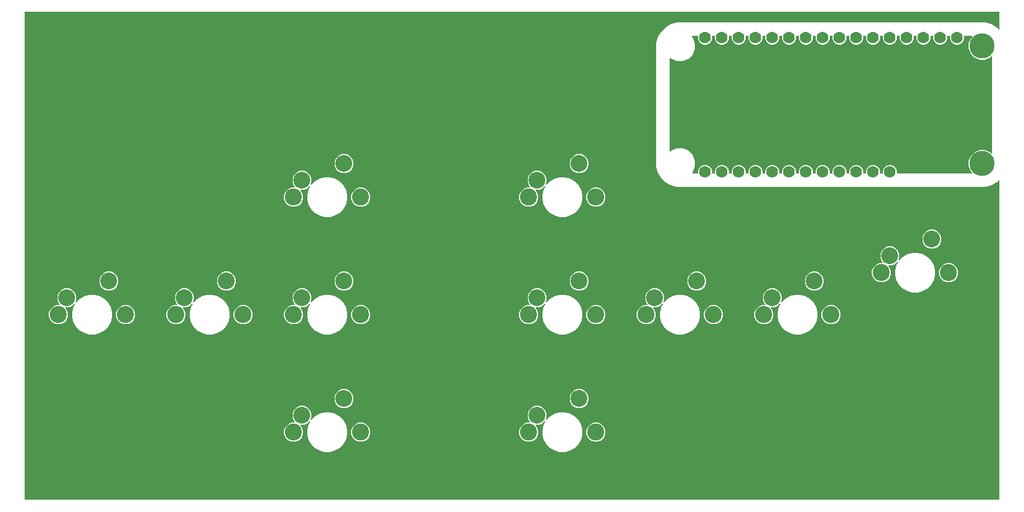
<source format=gbr>
G04 EAGLE Gerber RS-274X export*
G75*
%MOMM*%
%FSLAX34Y34*%
%LPD*%
%INTop Copper*%
%IPPOS*%
%AMOC8*
5,1,8,0,0,1.08239X$1,22.5*%
G01*
%ADD10C,2.540000*%
%ADD11C,2.571600*%
%ADD12C,3.810000*%
%ADD13C,1.778000*%
%ADD14C,0.152400*%

G36*
X1473220Y-758D02*
X1473220Y-758D01*
X1473239Y-760D01*
X1473341Y-738D01*
X1473443Y-722D01*
X1473460Y-712D01*
X1473480Y-708D01*
X1473569Y-655D01*
X1473660Y-606D01*
X1473674Y-592D01*
X1473691Y-582D01*
X1473758Y-503D01*
X1473830Y-428D01*
X1473838Y-410D01*
X1473851Y-395D01*
X1473890Y-299D01*
X1473933Y-205D01*
X1473935Y-185D01*
X1473943Y-167D01*
X1473961Y0D01*
X1473961Y482033D01*
X1473950Y482104D01*
X1473948Y482175D01*
X1473930Y482224D01*
X1473922Y482276D01*
X1473888Y482339D01*
X1473863Y482406D01*
X1473831Y482447D01*
X1473806Y482493D01*
X1473755Y482542D01*
X1473710Y482598D01*
X1473666Y482627D01*
X1473628Y482662D01*
X1473563Y482693D01*
X1473503Y482731D01*
X1473452Y482744D01*
X1473405Y482766D01*
X1473334Y482774D01*
X1473264Y482791D01*
X1473212Y482787D01*
X1473161Y482793D01*
X1473090Y482778D01*
X1473019Y482772D01*
X1472971Y482752D01*
X1472920Y482741D01*
X1472859Y482704D01*
X1472793Y482676D01*
X1472737Y482631D01*
X1472709Y482615D01*
X1472694Y482597D01*
X1472662Y482571D01*
X1469635Y479544D01*
X1461526Y474863D01*
X1452482Y472439D01*
X985918Y472439D01*
X976874Y474863D01*
X968765Y479544D01*
X962144Y486165D01*
X957463Y494274D01*
X955039Y503318D01*
X955039Y690482D01*
X957463Y699526D01*
X962144Y707635D01*
X968765Y714256D01*
X976874Y718937D01*
X985918Y721361D01*
X1452482Y721361D01*
X1461526Y718937D01*
X1469635Y714256D01*
X1472662Y711229D01*
X1472720Y711187D01*
X1472772Y711138D01*
X1472791Y711129D01*
X1472803Y711118D01*
X1472832Y711106D01*
X1472861Y711085D01*
X1472930Y711064D01*
X1472995Y711034D01*
X1473018Y711031D01*
X1473032Y711026D01*
X1473066Y711022D01*
X1473097Y711013D01*
X1473140Y711014D01*
X1473198Y711008D01*
X1473200Y711008D01*
X1473213Y711010D01*
X1473239Y711007D01*
X1473290Y711018D01*
X1473342Y711019D01*
X1473400Y711040D01*
X1473443Y711047D01*
X1473455Y711054D01*
X1473480Y711059D01*
X1473524Y711086D01*
X1473573Y711104D01*
X1473621Y711141D01*
X1473660Y711162D01*
X1473670Y711173D01*
X1473691Y711185D01*
X1473725Y711225D01*
X1473765Y711257D01*
X1473797Y711307D01*
X1473830Y711341D01*
X1473836Y711355D01*
X1473851Y711372D01*
X1473870Y711421D01*
X1473898Y711464D01*
X1473912Y711519D01*
X1473933Y711564D01*
X1473935Y711581D01*
X1473943Y711600D01*
X1473951Y711672D01*
X1473959Y711703D01*
X1473957Y711726D01*
X1473961Y711767D01*
X1473961Y736600D01*
X1473958Y736620D01*
X1473960Y736639D01*
X1473938Y736741D01*
X1473922Y736843D01*
X1473912Y736860D01*
X1473908Y736880D01*
X1473855Y736969D01*
X1473806Y737060D01*
X1473792Y737074D01*
X1473782Y737091D01*
X1473703Y737158D01*
X1473628Y737230D01*
X1473610Y737238D01*
X1473595Y737251D01*
X1473499Y737290D01*
X1473405Y737333D01*
X1473385Y737335D01*
X1473367Y737343D01*
X1473200Y737361D01*
X0Y737361D01*
X-20Y737358D01*
X-39Y737360D01*
X-141Y737338D01*
X-243Y737322D01*
X-260Y737312D01*
X-280Y737308D01*
X-369Y737255D01*
X-460Y737206D01*
X-474Y737192D01*
X-491Y737182D01*
X-558Y737103D01*
X-630Y737028D01*
X-638Y737010D01*
X-651Y736995D01*
X-690Y736899D01*
X-733Y736805D01*
X-735Y736785D01*
X-743Y736767D01*
X-761Y736600D01*
X-761Y0D01*
X-758Y-20D01*
X-760Y-39D01*
X-738Y-141D01*
X-722Y-243D01*
X-712Y-260D01*
X-708Y-280D01*
X-655Y-369D01*
X-606Y-460D01*
X-592Y-474D01*
X-582Y-491D01*
X-503Y-558D01*
X-428Y-630D01*
X-410Y-638D01*
X-395Y-651D01*
X-299Y-690D01*
X-205Y-733D01*
X-185Y-735D01*
X-167Y-743D01*
X0Y-761D01*
X1473200Y-761D01*
X1473220Y-758D01*
G37*
G36*
X1017544Y492764D02*
X1017544Y492764D01*
X1017563Y492762D01*
X1017665Y492784D01*
X1017767Y492800D01*
X1017784Y492810D01*
X1017804Y492814D01*
X1017893Y492867D01*
X1017984Y492916D01*
X1017998Y492930D01*
X1018015Y492940D01*
X1018082Y493019D01*
X1018154Y493094D01*
X1018162Y493112D01*
X1018175Y493127D01*
X1018214Y493223D01*
X1018257Y493317D01*
X1018259Y493337D01*
X1018267Y493355D01*
X1018285Y493522D01*
X1018285Y497372D01*
X1019871Y501200D01*
X1022800Y504129D01*
X1026628Y505715D01*
X1030772Y505715D01*
X1034600Y504129D01*
X1037529Y501200D01*
X1039115Y497372D01*
X1039115Y493522D01*
X1039118Y493502D01*
X1039116Y493483D01*
X1039138Y493381D01*
X1039154Y493279D01*
X1039164Y493262D01*
X1039168Y493242D01*
X1039221Y493153D01*
X1039270Y493062D01*
X1039284Y493048D01*
X1039294Y493031D01*
X1039373Y492964D01*
X1039448Y492892D01*
X1039466Y492884D01*
X1039481Y492871D01*
X1039577Y492832D01*
X1039671Y492789D01*
X1039691Y492787D01*
X1039709Y492779D01*
X1039876Y492761D01*
X1042924Y492761D01*
X1042944Y492764D01*
X1042963Y492762D01*
X1043065Y492784D01*
X1043167Y492800D01*
X1043184Y492810D01*
X1043204Y492814D01*
X1043293Y492867D01*
X1043384Y492916D01*
X1043398Y492930D01*
X1043415Y492940D01*
X1043482Y493019D01*
X1043554Y493094D01*
X1043562Y493112D01*
X1043575Y493127D01*
X1043614Y493223D01*
X1043657Y493317D01*
X1043659Y493337D01*
X1043667Y493355D01*
X1043685Y493522D01*
X1043685Y497372D01*
X1045271Y501200D01*
X1048200Y504129D01*
X1052028Y505715D01*
X1056172Y505715D01*
X1060000Y504129D01*
X1062929Y501200D01*
X1064515Y497372D01*
X1064515Y493522D01*
X1064518Y493502D01*
X1064516Y493483D01*
X1064538Y493381D01*
X1064554Y493279D01*
X1064564Y493262D01*
X1064568Y493242D01*
X1064621Y493153D01*
X1064670Y493062D01*
X1064684Y493048D01*
X1064694Y493031D01*
X1064773Y492964D01*
X1064848Y492892D01*
X1064866Y492884D01*
X1064881Y492871D01*
X1064977Y492832D01*
X1065071Y492789D01*
X1065091Y492787D01*
X1065109Y492779D01*
X1065276Y492761D01*
X1068324Y492761D01*
X1068344Y492764D01*
X1068363Y492762D01*
X1068465Y492784D01*
X1068567Y492800D01*
X1068584Y492810D01*
X1068604Y492814D01*
X1068693Y492867D01*
X1068784Y492916D01*
X1068798Y492930D01*
X1068815Y492940D01*
X1068882Y493019D01*
X1068954Y493094D01*
X1068962Y493112D01*
X1068975Y493127D01*
X1069014Y493223D01*
X1069057Y493317D01*
X1069059Y493337D01*
X1069067Y493355D01*
X1069085Y493522D01*
X1069085Y497372D01*
X1070671Y501200D01*
X1073600Y504129D01*
X1077428Y505715D01*
X1081572Y505715D01*
X1085400Y504129D01*
X1088329Y501200D01*
X1089915Y497372D01*
X1089915Y493522D01*
X1089918Y493502D01*
X1089916Y493483D01*
X1089938Y493381D01*
X1089954Y493279D01*
X1089964Y493262D01*
X1089968Y493242D01*
X1090021Y493153D01*
X1090070Y493062D01*
X1090084Y493048D01*
X1090094Y493031D01*
X1090173Y492964D01*
X1090248Y492892D01*
X1090266Y492884D01*
X1090281Y492871D01*
X1090377Y492832D01*
X1090471Y492789D01*
X1090491Y492787D01*
X1090509Y492779D01*
X1090676Y492761D01*
X1093724Y492761D01*
X1093744Y492764D01*
X1093763Y492762D01*
X1093865Y492784D01*
X1093967Y492800D01*
X1093984Y492810D01*
X1094004Y492814D01*
X1094093Y492867D01*
X1094184Y492916D01*
X1094198Y492930D01*
X1094215Y492940D01*
X1094282Y493019D01*
X1094354Y493094D01*
X1094362Y493112D01*
X1094375Y493127D01*
X1094414Y493223D01*
X1094457Y493317D01*
X1094459Y493337D01*
X1094467Y493355D01*
X1094485Y493522D01*
X1094485Y497372D01*
X1096071Y501200D01*
X1099000Y504129D01*
X1102828Y505715D01*
X1106972Y505715D01*
X1110800Y504129D01*
X1113729Y501200D01*
X1115315Y497372D01*
X1115315Y493522D01*
X1115318Y493502D01*
X1115316Y493483D01*
X1115338Y493381D01*
X1115354Y493279D01*
X1115364Y493262D01*
X1115368Y493242D01*
X1115421Y493153D01*
X1115470Y493062D01*
X1115484Y493048D01*
X1115494Y493031D01*
X1115573Y492964D01*
X1115648Y492892D01*
X1115666Y492884D01*
X1115681Y492871D01*
X1115777Y492832D01*
X1115871Y492789D01*
X1115891Y492787D01*
X1115909Y492779D01*
X1116076Y492761D01*
X1119124Y492761D01*
X1119144Y492764D01*
X1119163Y492762D01*
X1119265Y492784D01*
X1119367Y492800D01*
X1119384Y492810D01*
X1119404Y492814D01*
X1119493Y492867D01*
X1119584Y492916D01*
X1119598Y492930D01*
X1119615Y492940D01*
X1119682Y493019D01*
X1119754Y493094D01*
X1119762Y493112D01*
X1119775Y493127D01*
X1119814Y493223D01*
X1119857Y493317D01*
X1119859Y493337D01*
X1119867Y493355D01*
X1119885Y493522D01*
X1119885Y497372D01*
X1121471Y501200D01*
X1124400Y504129D01*
X1128228Y505715D01*
X1132372Y505715D01*
X1136200Y504129D01*
X1139129Y501200D01*
X1140715Y497372D01*
X1140715Y493522D01*
X1140718Y493502D01*
X1140716Y493483D01*
X1140738Y493381D01*
X1140754Y493279D01*
X1140764Y493262D01*
X1140768Y493242D01*
X1140821Y493153D01*
X1140870Y493062D01*
X1140884Y493048D01*
X1140894Y493031D01*
X1140973Y492964D01*
X1141048Y492892D01*
X1141066Y492884D01*
X1141081Y492871D01*
X1141177Y492832D01*
X1141271Y492789D01*
X1141291Y492787D01*
X1141309Y492779D01*
X1141476Y492761D01*
X1144524Y492761D01*
X1144544Y492764D01*
X1144563Y492762D01*
X1144665Y492784D01*
X1144767Y492800D01*
X1144784Y492810D01*
X1144804Y492814D01*
X1144893Y492867D01*
X1144984Y492916D01*
X1144998Y492930D01*
X1145015Y492940D01*
X1145082Y493019D01*
X1145154Y493094D01*
X1145162Y493112D01*
X1145175Y493127D01*
X1145214Y493223D01*
X1145257Y493317D01*
X1145259Y493337D01*
X1145267Y493355D01*
X1145285Y493522D01*
X1145285Y497372D01*
X1146871Y501200D01*
X1149800Y504129D01*
X1153628Y505715D01*
X1157772Y505715D01*
X1161600Y504129D01*
X1164529Y501200D01*
X1166115Y497372D01*
X1166115Y493522D01*
X1166118Y493502D01*
X1166116Y493483D01*
X1166138Y493381D01*
X1166154Y493279D01*
X1166164Y493262D01*
X1166168Y493242D01*
X1166221Y493153D01*
X1166270Y493062D01*
X1166284Y493048D01*
X1166294Y493031D01*
X1166373Y492964D01*
X1166448Y492892D01*
X1166466Y492884D01*
X1166481Y492871D01*
X1166577Y492832D01*
X1166671Y492789D01*
X1166691Y492787D01*
X1166709Y492779D01*
X1166876Y492761D01*
X1169924Y492761D01*
X1169944Y492764D01*
X1169963Y492762D01*
X1170065Y492784D01*
X1170167Y492800D01*
X1170184Y492810D01*
X1170204Y492814D01*
X1170293Y492867D01*
X1170384Y492916D01*
X1170398Y492930D01*
X1170415Y492940D01*
X1170482Y493019D01*
X1170554Y493094D01*
X1170562Y493112D01*
X1170575Y493127D01*
X1170614Y493223D01*
X1170657Y493317D01*
X1170659Y493337D01*
X1170667Y493355D01*
X1170685Y493522D01*
X1170685Y497372D01*
X1172271Y501200D01*
X1175200Y504129D01*
X1179028Y505715D01*
X1183172Y505715D01*
X1187000Y504129D01*
X1189929Y501200D01*
X1191515Y497372D01*
X1191515Y493522D01*
X1191518Y493502D01*
X1191516Y493483D01*
X1191538Y493381D01*
X1191554Y493279D01*
X1191564Y493262D01*
X1191568Y493242D01*
X1191621Y493153D01*
X1191670Y493062D01*
X1191684Y493048D01*
X1191694Y493031D01*
X1191773Y492964D01*
X1191848Y492892D01*
X1191866Y492884D01*
X1191881Y492871D01*
X1191977Y492832D01*
X1192071Y492789D01*
X1192091Y492787D01*
X1192109Y492779D01*
X1192276Y492761D01*
X1195324Y492761D01*
X1195344Y492764D01*
X1195363Y492762D01*
X1195465Y492784D01*
X1195567Y492800D01*
X1195584Y492810D01*
X1195604Y492814D01*
X1195693Y492867D01*
X1195784Y492916D01*
X1195798Y492930D01*
X1195815Y492940D01*
X1195882Y493019D01*
X1195954Y493094D01*
X1195962Y493112D01*
X1195975Y493127D01*
X1196014Y493223D01*
X1196057Y493317D01*
X1196059Y493337D01*
X1196067Y493355D01*
X1196085Y493522D01*
X1196085Y497372D01*
X1197671Y501200D01*
X1200600Y504129D01*
X1204428Y505715D01*
X1208572Y505715D01*
X1212400Y504129D01*
X1215329Y501200D01*
X1216915Y497372D01*
X1216915Y493522D01*
X1216918Y493502D01*
X1216916Y493483D01*
X1216938Y493381D01*
X1216954Y493279D01*
X1216964Y493262D01*
X1216968Y493242D01*
X1217021Y493153D01*
X1217070Y493062D01*
X1217084Y493048D01*
X1217094Y493031D01*
X1217173Y492964D01*
X1217248Y492892D01*
X1217266Y492884D01*
X1217281Y492871D01*
X1217377Y492832D01*
X1217471Y492789D01*
X1217491Y492787D01*
X1217509Y492779D01*
X1217676Y492761D01*
X1220724Y492761D01*
X1220744Y492764D01*
X1220763Y492762D01*
X1220865Y492784D01*
X1220967Y492800D01*
X1220984Y492810D01*
X1221004Y492814D01*
X1221093Y492867D01*
X1221184Y492916D01*
X1221198Y492930D01*
X1221215Y492940D01*
X1221282Y493019D01*
X1221354Y493094D01*
X1221362Y493112D01*
X1221375Y493127D01*
X1221414Y493223D01*
X1221457Y493317D01*
X1221459Y493337D01*
X1221467Y493355D01*
X1221485Y493522D01*
X1221485Y497372D01*
X1223071Y501200D01*
X1226000Y504129D01*
X1229828Y505715D01*
X1233972Y505715D01*
X1237800Y504129D01*
X1240729Y501200D01*
X1242315Y497372D01*
X1242315Y493522D01*
X1242318Y493502D01*
X1242316Y493483D01*
X1242338Y493381D01*
X1242354Y493279D01*
X1242364Y493262D01*
X1242368Y493242D01*
X1242421Y493153D01*
X1242470Y493062D01*
X1242484Y493048D01*
X1242494Y493031D01*
X1242573Y492964D01*
X1242648Y492892D01*
X1242666Y492884D01*
X1242681Y492871D01*
X1242777Y492832D01*
X1242871Y492789D01*
X1242891Y492787D01*
X1242909Y492779D01*
X1243076Y492761D01*
X1246124Y492761D01*
X1246144Y492764D01*
X1246163Y492762D01*
X1246265Y492784D01*
X1246367Y492800D01*
X1246384Y492810D01*
X1246404Y492814D01*
X1246493Y492867D01*
X1246584Y492916D01*
X1246598Y492930D01*
X1246615Y492940D01*
X1246682Y493019D01*
X1246754Y493094D01*
X1246762Y493112D01*
X1246775Y493127D01*
X1246814Y493223D01*
X1246857Y493317D01*
X1246859Y493337D01*
X1246867Y493355D01*
X1246885Y493522D01*
X1246885Y497372D01*
X1248471Y501200D01*
X1251400Y504129D01*
X1255228Y505715D01*
X1259372Y505715D01*
X1263200Y504129D01*
X1266129Y501200D01*
X1267715Y497372D01*
X1267715Y493522D01*
X1267718Y493502D01*
X1267716Y493483D01*
X1267738Y493381D01*
X1267754Y493279D01*
X1267764Y493262D01*
X1267768Y493242D01*
X1267821Y493153D01*
X1267870Y493062D01*
X1267884Y493048D01*
X1267894Y493031D01*
X1267973Y492964D01*
X1268048Y492892D01*
X1268066Y492884D01*
X1268081Y492871D01*
X1268177Y492832D01*
X1268271Y492789D01*
X1268291Y492787D01*
X1268309Y492779D01*
X1268476Y492761D01*
X1271524Y492761D01*
X1271544Y492764D01*
X1271563Y492762D01*
X1271665Y492784D01*
X1271767Y492800D01*
X1271784Y492810D01*
X1271804Y492814D01*
X1271893Y492867D01*
X1271984Y492916D01*
X1271998Y492930D01*
X1272015Y492940D01*
X1272082Y493019D01*
X1272154Y493094D01*
X1272162Y493112D01*
X1272175Y493127D01*
X1272214Y493223D01*
X1272257Y493317D01*
X1272259Y493337D01*
X1272267Y493355D01*
X1272285Y493522D01*
X1272285Y497372D01*
X1273871Y501200D01*
X1276800Y504129D01*
X1280628Y505715D01*
X1284772Y505715D01*
X1288600Y504129D01*
X1291529Y501200D01*
X1293115Y497372D01*
X1293115Y493522D01*
X1293118Y493502D01*
X1293116Y493483D01*
X1293138Y493381D01*
X1293154Y493279D01*
X1293164Y493262D01*
X1293168Y493242D01*
X1293221Y493153D01*
X1293270Y493062D01*
X1293284Y493048D01*
X1293294Y493031D01*
X1293373Y492964D01*
X1293448Y492892D01*
X1293466Y492884D01*
X1293481Y492871D01*
X1293577Y492832D01*
X1293671Y492789D01*
X1293691Y492787D01*
X1293709Y492779D01*
X1293876Y492761D01*
X1296924Y492761D01*
X1296944Y492764D01*
X1296963Y492762D01*
X1297065Y492784D01*
X1297167Y492800D01*
X1297184Y492810D01*
X1297204Y492814D01*
X1297293Y492867D01*
X1297384Y492916D01*
X1297398Y492930D01*
X1297415Y492940D01*
X1297482Y493019D01*
X1297554Y493094D01*
X1297562Y493112D01*
X1297575Y493127D01*
X1297614Y493223D01*
X1297657Y493317D01*
X1297659Y493337D01*
X1297667Y493355D01*
X1297685Y493522D01*
X1297685Y497372D01*
X1299271Y501200D01*
X1302200Y504129D01*
X1306028Y505715D01*
X1310172Y505715D01*
X1314000Y504129D01*
X1316929Y501200D01*
X1318515Y497372D01*
X1318515Y493522D01*
X1318518Y493502D01*
X1318516Y493483D01*
X1318538Y493381D01*
X1318554Y493279D01*
X1318564Y493262D01*
X1318568Y493242D01*
X1318621Y493153D01*
X1318670Y493062D01*
X1318684Y493048D01*
X1318694Y493031D01*
X1318773Y492964D01*
X1318848Y492892D01*
X1318866Y492884D01*
X1318881Y492871D01*
X1318977Y492832D01*
X1319071Y492789D01*
X1319091Y492787D01*
X1319109Y492779D01*
X1319276Y492761D01*
X1432104Y492761D01*
X1432175Y492772D01*
X1432247Y492774D01*
X1432296Y492792D01*
X1432347Y492800D01*
X1432411Y492834D01*
X1432478Y492859D01*
X1432519Y492891D01*
X1432565Y492916D01*
X1432614Y492968D01*
X1432670Y493012D01*
X1432698Y493056D01*
X1432734Y493094D01*
X1432764Y493159D01*
X1432803Y493219D01*
X1432816Y493270D01*
X1432838Y493317D01*
X1432845Y493388D01*
X1432863Y493458D01*
X1432859Y493510D01*
X1432865Y493561D01*
X1432849Y493632D01*
X1432844Y493703D01*
X1432823Y493751D01*
X1432812Y493802D01*
X1432776Y493863D01*
X1432748Y493929D01*
X1432703Y493985D01*
X1432686Y494013D01*
X1432668Y494028D01*
X1432643Y494060D01*
X1430358Y496345D01*
X1427225Y503907D01*
X1427225Y512093D01*
X1430358Y519655D01*
X1436145Y525442D01*
X1443707Y528575D01*
X1451893Y528575D01*
X1459455Y525442D01*
X1461740Y523157D01*
X1461798Y523115D01*
X1461850Y523066D01*
X1461897Y523044D01*
X1461939Y523014D01*
X1462008Y522993D01*
X1462073Y522962D01*
X1462125Y522957D01*
X1462175Y522941D01*
X1462246Y522943D01*
X1462317Y522935D01*
X1462368Y522946D01*
X1462420Y522948D01*
X1462488Y522972D01*
X1462558Y522988D01*
X1462603Y523014D01*
X1462651Y523032D01*
X1462707Y523077D01*
X1462769Y523114D01*
X1462803Y523153D01*
X1462843Y523186D01*
X1462882Y523246D01*
X1462929Y523301D01*
X1462948Y523349D01*
X1462976Y523393D01*
X1462994Y523462D01*
X1463021Y523529D01*
X1463029Y523600D01*
X1463037Y523631D01*
X1463035Y523655D01*
X1463039Y523696D01*
X1463039Y670104D01*
X1463028Y670175D01*
X1463026Y670247D01*
X1463008Y670296D01*
X1463000Y670347D01*
X1462966Y670411D01*
X1462941Y670478D01*
X1462909Y670519D01*
X1462884Y670565D01*
X1462832Y670614D01*
X1462788Y670670D01*
X1462744Y670698D01*
X1462706Y670734D01*
X1462641Y670764D01*
X1462581Y670803D01*
X1462530Y670816D01*
X1462483Y670838D01*
X1462412Y670845D01*
X1462342Y670863D01*
X1462290Y670859D01*
X1462239Y670865D01*
X1462168Y670849D01*
X1462097Y670844D01*
X1462049Y670823D01*
X1461998Y670812D01*
X1461937Y670776D01*
X1461871Y670748D01*
X1461815Y670703D01*
X1461787Y670686D01*
X1461772Y670668D01*
X1461740Y670643D01*
X1459455Y668358D01*
X1451893Y665225D01*
X1443707Y665225D01*
X1436145Y668358D01*
X1430358Y674145D01*
X1427225Y681707D01*
X1427225Y689893D01*
X1430358Y697455D01*
X1432643Y699740D01*
X1432685Y699798D01*
X1432734Y699850D01*
X1432756Y699897D01*
X1432786Y699939D01*
X1432807Y700008D01*
X1432838Y700073D01*
X1432843Y700125D01*
X1432859Y700175D01*
X1432857Y700246D01*
X1432865Y700317D01*
X1432854Y700368D01*
X1432852Y700420D01*
X1432828Y700488D01*
X1432812Y700558D01*
X1432786Y700603D01*
X1432768Y700651D01*
X1432723Y700707D01*
X1432686Y700769D01*
X1432647Y700803D01*
X1432614Y700843D01*
X1432554Y700882D01*
X1432499Y700929D01*
X1432451Y700948D01*
X1432407Y700976D01*
X1432338Y700994D01*
X1432271Y701021D01*
X1432200Y701029D01*
X1432169Y701037D01*
X1432145Y701035D01*
X1432104Y701039D01*
X1420876Y701039D01*
X1420856Y701036D01*
X1420837Y701038D01*
X1420735Y701016D01*
X1420633Y701000D01*
X1420616Y700990D01*
X1420596Y700986D01*
X1420507Y700933D01*
X1420416Y700884D01*
X1420402Y700870D01*
X1420385Y700860D01*
X1420318Y700781D01*
X1420246Y700706D01*
X1420238Y700688D01*
X1420225Y700673D01*
X1420186Y700577D01*
X1420143Y700483D01*
X1420141Y700463D01*
X1420133Y700445D01*
X1420115Y700278D01*
X1420115Y696428D01*
X1418529Y692600D01*
X1415600Y689671D01*
X1411772Y688085D01*
X1407628Y688085D01*
X1403800Y689671D01*
X1400871Y692600D01*
X1399285Y696428D01*
X1399285Y700278D01*
X1399282Y700298D01*
X1399284Y700317D01*
X1399262Y700419D01*
X1399246Y700521D01*
X1399236Y700538D01*
X1399232Y700558D01*
X1399179Y700647D01*
X1399130Y700738D01*
X1399116Y700752D01*
X1399106Y700769D01*
X1399027Y700836D01*
X1398952Y700908D01*
X1398934Y700916D01*
X1398919Y700929D01*
X1398823Y700968D01*
X1398729Y701011D01*
X1398709Y701013D01*
X1398691Y701021D01*
X1398524Y701039D01*
X1395476Y701039D01*
X1395456Y701036D01*
X1395437Y701038D01*
X1395335Y701016D01*
X1395233Y701000D01*
X1395216Y700990D01*
X1395196Y700986D01*
X1395107Y700933D01*
X1395016Y700884D01*
X1395002Y700870D01*
X1394985Y700860D01*
X1394918Y700781D01*
X1394846Y700706D01*
X1394838Y700688D01*
X1394825Y700673D01*
X1394786Y700577D01*
X1394743Y700483D01*
X1394741Y700463D01*
X1394733Y700445D01*
X1394715Y700278D01*
X1394715Y696428D01*
X1393129Y692600D01*
X1390200Y689671D01*
X1386372Y688085D01*
X1382228Y688085D01*
X1378400Y689671D01*
X1375471Y692600D01*
X1373885Y696428D01*
X1373885Y700278D01*
X1373882Y700298D01*
X1373884Y700317D01*
X1373862Y700419D01*
X1373846Y700521D01*
X1373836Y700538D01*
X1373832Y700558D01*
X1373779Y700647D01*
X1373730Y700738D01*
X1373716Y700752D01*
X1373706Y700769D01*
X1373627Y700836D01*
X1373552Y700908D01*
X1373534Y700916D01*
X1373519Y700929D01*
X1373423Y700968D01*
X1373329Y701011D01*
X1373309Y701013D01*
X1373291Y701021D01*
X1373124Y701039D01*
X1370076Y701039D01*
X1370056Y701036D01*
X1370037Y701038D01*
X1369935Y701016D01*
X1369833Y701000D01*
X1369816Y700990D01*
X1369796Y700986D01*
X1369707Y700933D01*
X1369616Y700884D01*
X1369602Y700870D01*
X1369585Y700860D01*
X1369518Y700781D01*
X1369446Y700706D01*
X1369438Y700688D01*
X1369425Y700673D01*
X1369386Y700577D01*
X1369343Y700483D01*
X1369341Y700463D01*
X1369333Y700445D01*
X1369315Y700278D01*
X1369315Y696428D01*
X1367729Y692600D01*
X1364800Y689671D01*
X1360972Y688085D01*
X1356828Y688085D01*
X1353000Y689671D01*
X1350071Y692600D01*
X1348485Y696428D01*
X1348485Y700278D01*
X1348482Y700298D01*
X1348484Y700317D01*
X1348462Y700419D01*
X1348446Y700521D01*
X1348436Y700538D01*
X1348432Y700558D01*
X1348379Y700647D01*
X1348330Y700738D01*
X1348316Y700752D01*
X1348306Y700769D01*
X1348227Y700836D01*
X1348152Y700908D01*
X1348134Y700916D01*
X1348119Y700929D01*
X1348023Y700968D01*
X1347929Y701011D01*
X1347909Y701013D01*
X1347891Y701021D01*
X1347724Y701039D01*
X1344676Y701039D01*
X1344656Y701036D01*
X1344637Y701038D01*
X1344535Y701016D01*
X1344433Y701000D01*
X1344416Y700990D01*
X1344396Y700986D01*
X1344307Y700933D01*
X1344216Y700884D01*
X1344202Y700870D01*
X1344185Y700860D01*
X1344118Y700781D01*
X1344046Y700706D01*
X1344038Y700688D01*
X1344025Y700673D01*
X1343986Y700577D01*
X1343943Y700483D01*
X1343941Y700463D01*
X1343933Y700445D01*
X1343915Y700278D01*
X1343915Y696428D01*
X1342329Y692600D01*
X1339400Y689671D01*
X1335572Y688085D01*
X1331428Y688085D01*
X1327600Y689671D01*
X1324671Y692600D01*
X1323085Y696428D01*
X1323085Y700278D01*
X1323082Y700298D01*
X1323084Y700317D01*
X1323062Y700419D01*
X1323046Y700521D01*
X1323036Y700538D01*
X1323032Y700558D01*
X1322979Y700647D01*
X1322930Y700738D01*
X1322916Y700752D01*
X1322906Y700769D01*
X1322827Y700836D01*
X1322752Y700908D01*
X1322734Y700916D01*
X1322719Y700929D01*
X1322623Y700968D01*
X1322529Y701011D01*
X1322509Y701013D01*
X1322491Y701021D01*
X1322324Y701039D01*
X1319276Y701039D01*
X1319256Y701036D01*
X1319237Y701038D01*
X1319135Y701016D01*
X1319033Y701000D01*
X1319016Y700990D01*
X1318996Y700986D01*
X1318907Y700933D01*
X1318816Y700884D01*
X1318802Y700870D01*
X1318785Y700860D01*
X1318718Y700781D01*
X1318646Y700706D01*
X1318638Y700688D01*
X1318625Y700673D01*
X1318586Y700577D01*
X1318543Y700483D01*
X1318541Y700463D01*
X1318533Y700445D01*
X1318515Y700278D01*
X1318515Y696428D01*
X1316929Y692600D01*
X1314000Y689671D01*
X1310172Y688085D01*
X1306028Y688085D01*
X1302200Y689671D01*
X1299271Y692600D01*
X1297685Y696428D01*
X1297685Y700278D01*
X1297682Y700298D01*
X1297684Y700317D01*
X1297662Y700419D01*
X1297646Y700521D01*
X1297636Y700538D01*
X1297632Y700558D01*
X1297579Y700647D01*
X1297530Y700738D01*
X1297516Y700752D01*
X1297506Y700769D01*
X1297427Y700836D01*
X1297352Y700908D01*
X1297334Y700916D01*
X1297319Y700929D01*
X1297223Y700968D01*
X1297129Y701011D01*
X1297109Y701013D01*
X1297091Y701021D01*
X1296924Y701039D01*
X1293876Y701039D01*
X1293856Y701036D01*
X1293837Y701038D01*
X1293735Y701016D01*
X1293633Y701000D01*
X1293616Y700990D01*
X1293596Y700986D01*
X1293507Y700933D01*
X1293416Y700884D01*
X1293402Y700870D01*
X1293385Y700860D01*
X1293318Y700781D01*
X1293246Y700706D01*
X1293238Y700688D01*
X1293225Y700673D01*
X1293186Y700577D01*
X1293143Y700483D01*
X1293141Y700463D01*
X1293133Y700445D01*
X1293115Y700278D01*
X1293115Y696428D01*
X1291529Y692600D01*
X1288600Y689671D01*
X1284772Y688085D01*
X1280628Y688085D01*
X1276800Y689671D01*
X1273871Y692600D01*
X1272285Y696428D01*
X1272285Y700278D01*
X1272282Y700298D01*
X1272284Y700317D01*
X1272262Y700419D01*
X1272246Y700521D01*
X1272236Y700538D01*
X1272232Y700558D01*
X1272179Y700647D01*
X1272130Y700738D01*
X1272116Y700752D01*
X1272106Y700769D01*
X1272027Y700836D01*
X1271952Y700908D01*
X1271934Y700916D01*
X1271919Y700929D01*
X1271823Y700968D01*
X1271729Y701011D01*
X1271709Y701013D01*
X1271691Y701021D01*
X1271524Y701039D01*
X1268476Y701039D01*
X1268456Y701036D01*
X1268437Y701038D01*
X1268335Y701016D01*
X1268233Y701000D01*
X1268216Y700990D01*
X1268196Y700986D01*
X1268107Y700933D01*
X1268016Y700884D01*
X1268002Y700870D01*
X1267985Y700860D01*
X1267918Y700781D01*
X1267846Y700706D01*
X1267838Y700688D01*
X1267825Y700673D01*
X1267786Y700577D01*
X1267743Y700483D01*
X1267741Y700463D01*
X1267733Y700445D01*
X1267715Y700278D01*
X1267715Y696428D01*
X1266129Y692600D01*
X1263200Y689671D01*
X1259372Y688085D01*
X1255228Y688085D01*
X1251400Y689671D01*
X1248471Y692600D01*
X1246885Y696428D01*
X1246885Y700278D01*
X1246882Y700298D01*
X1246884Y700317D01*
X1246862Y700419D01*
X1246846Y700521D01*
X1246836Y700538D01*
X1246832Y700558D01*
X1246779Y700647D01*
X1246730Y700738D01*
X1246716Y700752D01*
X1246706Y700769D01*
X1246627Y700836D01*
X1246552Y700908D01*
X1246534Y700916D01*
X1246519Y700929D01*
X1246423Y700968D01*
X1246329Y701011D01*
X1246309Y701013D01*
X1246291Y701021D01*
X1246124Y701039D01*
X1243076Y701039D01*
X1243056Y701036D01*
X1243037Y701038D01*
X1242935Y701016D01*
X1242833Y701000D01*
X1242816Y700990D01*
X1242796Y700986D01*
X1242707Y700933D01*
X1242616Y700884D01*
X1242602Y700870D01*
X1242585Y700860D01*
X1242518Y700781D01*
X1242446Y700706D01*
X1242438Y700688D01*
X1242425Y700673D01*
X1242386Y700577D01*
X1242343Y700483D01*
X1242341Y700463D01*
X1242333Y700445D01*
X1242315Y700278D01*
X1242315Y696428D01*
X1240729Y692600D01*
X1237800Y689671D01*
X1233972Y688085D01*
X1229828Y688085D01*
X1226000Y689671D01*
X1223071Y692600D01*
X1221485Y696428D01*
X1221485Y700278D01*
X1221482Y700298D01*
X1221484Y700317D01*
X1221462Y700419D01*
X1221446Y700521D01*
X1221436Y700538D01*
X1221432Y700558D01*
X1221379Y700647D01*
X1221330Y700738D01*
X1221316Y700752D01*
X1221306Y700769D01*
X1221227Y700836D01*
X1221152Y700908D01*
X1221134Y700916D01*
X1221119Y700929D01*
X1221023Y700968D01*
X1220929Y701011D01*
X1220909Y701013D01*
X1220891Y701021D01*
X1220724Y701039D01*
X1217676Y701039D01*
X1217656Y701036D01*
X1217637Y701038D01*
X1217535Y701016D01*
X1217433Y701000D01*
X1217416Y700990D01*
X1217396Y700986D01*
X1217307Y700933D01*
X1217216Y700884D01*
X1217202Y700870D01*
X1217185Y700860D01*
X1217118Y700781D01*
X1217046Y700706D01*
X1217038Y700688D01*
X1217025Y700673D01*
X1216986Y700577D01*
X1216943Y700483D01*
X1216941Y700463D01*
X1216933Y700445D01*
X1216915Y700278D01*
X1216915Y696428D01*
X1215329Y692600D01*
X1212400Y689671D01*
X1208572Y688085D01*
X1204428Y688085D01*
X1200600Y689671D01*
X1197671Y692600D01*
X1196085Y696428D01*
X1196085Y700278D01*
X1196082Y700298D01*
X1196084Y700317D01*
X1196062Y700419D01*
X1196046Y700521D01*
X1196036Y700538D01*
X1196032Y700558D01*
X1195979Y700647D01*
X1195930Y700738D01*
X1195916Y700752D01*
X1195906Y700769D01*
X1195827Y700836D01*
X1195752Y700908D01*
X1195734Y700916D01*
X1195719Y700929D01*
X1195623Y700968D01*
X1195529Y701011D01*
X1195509Y701013D01*
X1195491Y701021D01*
X1195324Y701039D01*
X1192276Y701039D01*
X1192256Y701036D01*
X1192237Y701038D01*
X1192135Y701016D01*
X1192033Y701000D01*
X1192016Y700990D01*
X1191996Y700986D01*
X1191907Y700933D01*
X1191816Y700884D01*
X1191802Y700870D01*
X1191785Y700860D01*
X1191718Y700781D01*
X1191646Y700706D01*
X1191638Y700688D01*
X1191625Y700673D01*
X1191586Y700577D01*
X1191543Y700483D01*
X1191541Y700463D01*
X1191533Y700445D01*
X1191515Y700278D01*
X1191515Y696428D01*
X1189929Y692600D01*
X1187000Y689671D01*
X1183172Y688085D01*
X1179028Y688085D01*
X1175200Y689671D01*
X1172271Y692600D01*
X1170685Y696428D01*
X1170685Y700278D01*
X1170682Y700298D01*
X1170684Y700317D01*
X1170662Y700419D01*
X1170646Y700521D01*
X1170636Y700538D01*
X1170632Y700558D01*
X1170579Y700647D01*
X1170530Y700738D01*
X1170516Y700752D01*
X1170506Y700769D01*
X1170427Y700836D01*
X1170352Y700908D01*
X1170334Y700916D01*
X1170319Y700929D01*
X1170223Y700968D01*
X1170129Y701011D01*
X1170109Y701013D01*
X1170091Y701021D01*
X1169924Y701039D01*
X1166876Y701039D01*
X1166856Y701036D01*
X1166837Y701038D01*
X1166735Y701016D01*
X1166633Y701000D01*
X1166616Y700990D01*
X1166596Y700986D01*
X1166507Y700933D01*
X1166416Y700884D01*
X1166402Y700870D01*
X1166385Y700860D01*
X1166318Y700781D01*
X1166246Y700706D01*
X1166238Y700688D01*
X1166225Y700673D01*
X1166186Y700577D01*
X1166143Y700483D01*
X1166141Y700463D01*
X1166133Y700445D01*
X1166115Y700278D01*
X1166115Y696428D01*
X1164529Y692600D01*
X1161600Y689671D01*
X1157772Y688085D01*
X1153628Y688085D01*
X1149800Y689671D01*
X1146871Y692600D01*
X1145285Y696428D01*
X1145285Y700278D01*
X1145282Y700298D01*
X1145284Y700317D01*
X1145262Y700419D01*
X1145246Y700521D01*
X1145236Y700538D01*
X1145232Y700558D01*
X1145179Y700647D01*
X1145130Y700738D01*
X1145116Y700752D01*
X1145106Y700769D01*
X1145027Y700836D01*
X1144952Y700908D01*
X1144934Y700916D01*
X1144919Y700929D01*
X1144823Y700968D01*
X1144729Y701011D01*
X1144709Y701013D01*
X1144691Y701021D01*
X1144524Y701039D01*
X1141476Y701039D01*
X1141456Y701036D01*
X1141437Y701038D01*
X1141335Y701016D01*
X1141233Y701000D01*
X1141216Y700990D01*
X1141196Y700986D01*
X1141107Y700933D01*
X1141016Y700884D01*
X1141002Y700870D01*
X1140985Y700860D01*
X1140918Y700781D01*
X1140846Y700706D01*
X1140838Y700688D01*
X1140825Y700673D01*
X1140786Y700577D01*
X1140743Y700483D01*
X1140741Y700463D01*
X1140733Y700445D01*
X1140715Y700278D01*
X1140715Y696428D01*
X1139129Y692600D01*
X1136200Y689671D01*
X1132372Y688085D01*
X1128228Y688085D01*
X1124400Y689671D01*
X1121471Y692600D01*
X1119885Y696428D01*
X1119885Y700278D01*
X1119882Y700298D01*
X1119884Y700317D01*
X1119862Y700419D01*
X1119846Y700521D01*
X1119836Y700538D01*
X1119832Y700558D01*
X1119779Y700647D01*
X1119730Y700738D01*
X1119716Y700752D01*
X1119706Y700769D01*
X1119627Y700836D01*
X1119552Y700908D01*
X1119534Y700916D01*
X1119519Y700929D01*
X1119423Y700968D01*
X1119329Y701011D01*
X1119309Y701013D01*
X1119291Y701021D01*
X1119124Y701039D01*
X1116076Y701039D01*
X1116056Y701036D01*
X1116037Y701038D01*
X1115935Y701016D01*
X1115833Y701000D01*
X1115816Y700990D01*
X1115796Y700986D01*
X1115707Y700933D01*
X1115616Y700884D01*
X1115602Y700870D01*
X1115585Y700860D01*
X1115518Y700781D01*
X1115446Y700706D01*
X1115438Y700688D01*
X1115425Y700673D01*
X1115386Y700577D01*
X1115343Y700483D01*
X1115341Y700463D01*
X1115333Y700445D01*
X1115315Y700278D01*
X1115315Y696428D01*
X1113729Y692600D01*
X1110800Y689671D01*
X1106972Y688085D01*
X1102828Y688085D01*
X1099000Y689671D01*
X1096071Y692600D01*
X1094485Y696428D01*
X1094485Y700278D01*
X1094482Y700298D01*
X1094484Y700317D01*
X1094462Y700419D01*
X1094446Y700521D01*
X1094436Y700538D01*
X1094432Y700558D01*
X1094379Y700647D01*
X1094330Y700738D01*
X1094316Y700752D01*
X1094306Y700769D01*
X1094227Y700836D01*
X1094152Y700908D01*
X1094134Y700916D01*
X1094119Y700929D01*
X1094023Y700968D01*
X1093929Y701011D01*
X1093909Y701013D01*
X1093891Y701021D01*
X1093724Y701039D01*
X1090676Y701039D01*
X1090656Y701036D01*
X1090637Y701038D01*
X1090535Y701016D01*
X1090433Y701000D01*
X1090416Y700990D01*
X1090396Y700986D01*
X1090307Y700933D01*
X1090216Y700884D01*
X1090202Y700870D01*
X1090185Y700860D01*
X1090118Y700781D01*
X1090046Y700706D01*
X1090038Y700688D01*
X1090025Y700673D01*
X1089986Y700577D01*
X1089943Y700483D01*
X1089941Y700463D01*
X1089933Y700445D01*
X1089915Y700278D01*
X1089915Y696428D01*
X1088329Y692600D01*
X1085400Y689671D01*
X1081572Y688085D01*
X1077428Y688085D01*
X1073600Y689671D01*
X1070671Y692600D01*
X1069085Y696428D01*
X1069085Y700278D01*
X1069082Y700298D01*
X1069084Y700317D01*
X1069062Y700419D01*
X1069046Y700521D01*
X1069036Y700538D01*
X1069032Y700558D01*
X1068979Y700647D01*
X1068930Y700738D01*
X1068916Y700752D01*
X1068906Y700769D01*
X1068827Y700836D01*
X1068752Y700908D01*
X1068734Y700916D01*
X1068719Y700929D01*
X1068623Y700968D01*
X1068529Y701011D01*
X1068509Y701013D01*
X1068491Y701021D01*
X1068324Y701039D01*
X1065276Y701039D01*
X1065256Y701036D01*
X1065237Y701038D01*
X1065135Y701016D01*
X1065033Y701000D01*
X1065016Y700990D01*
X1064996Y700986D01*
X1064907Y700933D01*
X1064816Y700884D01*
X1064802Y700870D01*
X1064785Y700860D01*
X1064718Y700781D01*
X1064646Y700706D01*
X1064638Y700688D01*
X1064625Y700673D01*
X1064586Y700577D01*
X1064543Y700483D01*
X1064541Y700463D01*
X1064533Y700445D01*
X1064515Y700278D01*
X1064515Y696428D01*
X1062929Y692600D01*
X1060000Y689671D01*
X1056172Y688085D01*
X1052028Y688085D01*
X1048200Y689671D01*
X1045271Y692600D01*
X1043685Y696428D01*
X1043685Y700278D01*
X1043682Y700298D01*
X1043684Y700317D01*
X1043662Y700419D01*
X1043646Y700521D01*
X1043636Y700538D01*
X1043632Y700558D01*
X1043579Y700647D01*
X1043530Y700738D01*
X1043516Y700752D01*
X1043506Y700769D01*
X1043427Y700836D01*
X1043352Y700908D01*
X1043334Y700916D01*
X1043319Y700929D01*
X1043223Y700968D01*
X1043129Y701011D01*
X1043109Y701013D01*
X1043091Y701021D01*
X1042924Y701039D01*
X1039876Y701039D01*
X1039856Y701036D01*
X1039837Y701038D01*
X1039735Y701016D01*
X1039633Y701000D01*
X1039616Y700990D01*
X1039596Y700986D01*
X1039507Y700933D01*
X1039416Y700884D01*
X1039402Y700870D01*
X1039385Y700860D01*
X1039318Y700781D01*
X1039246Y700706D01*
X1039238Y700688D01*
X1039225Y700673D01*
X1039186Y700577D01*
X1039143Y700483D01*
X1039141Y700463D01*
X1039133Y700445D01*
X1039115Y700278D01*
X1039115Y696428D01*
X1037529Y692600D01*
X1034600Y689671D01*
X1030772Y688085D01*
X1026628Y688085D01*
X1022800Y689671D01*
X1019871Y692600D01*
X1018285Y696428D01*
X1018285Y700278D01*
X1018282Y700298D01*
X1018284Y700317D01*
X1018262Y700419D01*
X1018246Y700521D01*
X1018236Y700538D01*
X1018232Y700558D01*
X1018179Y700647D01*
X1018130Y700738D01*
X1018116Y700752D01*
X1018106Y700769D01*
X1018027Y700836D01*
X1017952Y700908D01*
X1017934Y700916D01*
X1017919Y700929D01*
X1017823Y700968D01*
X1017729Y701011D01*
X1017709Y701013D01*
X1017691Y701021D01*
X1017524Y701039D01*
X1009529Y701039D01*
X1009458Y701028D01*
X1009386Y701026D01*
X1009337Y701008D01*
X1009286Y701000D01*
X1009222Y700966D01*
X1009155Y700941D01*
X1009114Y700909D01*
X1009068Y700884D01*
X1009019Y700832D01*
X1008963Y700788D01*
X1008935Y700744D01*
X1008899Y700706D01*
X1008869Y700641D01*
X1008830Y700581D01*
X1008817Y700530D01*
X1008795Y700483D01*
X1008787Y700412D01*
X1008770Y700342D01*
X1008774Y700290D01*
X1008768Y700239D01*
X1008784Y700168D01*
X1008789Y700097D01*
X1008809Y700049D01*
X1008821Y699998D01*
X1008857Y699937D01*
X1008885Y699871D01*
X1008930Y699815D01*
X1008947Y699787D01*
X1008965Y699772D01*
X1008990Y699740D01*
X1009980Y698750D01*
X1013461Y690347D01*
X1013461Y681253D01*
X1009980Y672850D01*
X1003550Y666420D01*
X995147Y662939D01*
X986053Y662939D01*
X977650Y666420D01*
X976660Y667410D01*
X976602Y667452D01*
X976550Y667501D01*
X976503Y667523D01*
X976461Y667553D01*
X976392Y667574D01*
X976327Y667605D01*
X976275Y667610D01*
X976225Y667626D01*
X976154Y667624D01*
X976083Y667632D01*
X976032Y667621D01*
X975980Y667619D01*
X975912Y667595D01*
X975842Y667579D01*
X975797Y667553D01*
X975749Y667535D01*
X975693Y667490D01*
X975631Y667453D01*
X975597Y667414D01*
X975557Y667381D01*
X975518Y667321D01*
X975471Y667266D01*
X975452Y667218D01*
X975424Y667174D01*
X975406Y667105D01*
X975379Y667038D01*
X975371Y666967D01*
X975363Y666936D01*
X975365Y666912D01*
X975361Y666871D01*
X975361Y526929D01*
X975372Y526858D01*
X975374Y526786D01*
X975392Y526737D01*
X975400Y526686D01*
X975434Y526622D01*
X975459Y526555D01*
X975491Y526514D01*
X975516Y526468D01*
X975568Y526419D01*
X975612Y526363D01*
X975656Y526335D01*
X975694Y526299D01*
X975759Y526269D01*
X975819Y526230D01*
X975870Y526217D01*
X975917Y526195D01*
X975988Y526187D01*
X976058Y526170D01*
X976110Y526174D01*
X976161Y526168D01*
X976232Y526184D01*
X976303Y526189D01*
X976351Y526209D01*
X976402Y526221D01*
X976463Y526257D01*
X976529Y526285D01*
X976585Y526330D01*
X976613Y526347D01*
X976628Y526365D01*
X976660Y526390D01*
X977650Y527380D01*
X986053Y530861D01*
X995147Y530861D01*
X1003550Y527380D01*
X1009980Y520950D01*
X1013461Y512547D01*
X1013461Y503453D01*
X1009980Y495050D01*
X1008990Y494060D01*
X1008948Y494002D01*
X1008899Y493950D01*
X1008877Y493903D01*
X1008847Y493861D01*
X1008826Y493792D01*
X1008795Y493727D01*
X1008790Y493675D01*
X1008774Y493625D01*
X1008776Y493554D01*
X1008768Y493483D01*
X1008779Y493432D01*
X1008781Y493380D01*
X1008805Y493312D01*
X1008821Y493242D01*
X1008847Y493197D01*
X1008865Y493149D01*
X1008910Y493093D01*
X1008947Y493031D01*
X1008986Y492997D01*
X1009019Y492957D01*
X1009079Y492918D01*
X1009134Y492871D01*
X1009182Y492852D01*
X1009226Y492824D01*
X1009295Y492806D01*
X1009362Y492779D01*
X1009433Y492771D01*
X1009464Y492763D01*
X1009488Y492765D01*
X1009529Y492761D01*
X1017524Y492761D01*
X1017544Y492764D01*
G37*
%LPC*%
G36*
X986629Y249237D02*
X986629Y249237D01*
X978958Y251293D01*
X972080Y255264D01*
X966464Y260880D01*
X962493Y267758D01*
X960437Y275429D01*
X960437Y283371D01*
X962493Y291042D01*
X964565Y294632D01*
X964574Y294654D01*
X964588Y294674D01*
X964617Y294769D01*
X964652Y294862D01*
X964653Y294886D01*
X964660Y294909D01*
X964658Y295008D01*
X964661Y295108D01*
X964654Y295131D01*
X964654Y295155D01*
X964620Y295248D01*
X964591Y295344D01*
X964578Y295363D01*
X964569Y295386D01*
X964507Y295464D01*
X964450Y295545D01*
X964431Y295559D01*
X964416Y295578D01*
X964332Y295632D01*
X964252Y295691D01*
X964229Y295698D01*
X964209Y295711D01*
X964112Y295735D01*
X964018Y295766D01*
X963993Y295765D01*
X963970Y295771D01*
X963871Y295763D01*
X963772Y295762D01*
X963749Y295754D01*
X963725Y295752D01*
X963634Y295713D01*
X963540Y295680D01*
X963521Y295665D01*
X963499Y295656D01*
X963368Y295551D01*
X960558Y292741D01*
X955329Y290575D01*
X950803Y290575D01*
X950732Y290564D01*
X950660Y290562D01*
X950611Y290544D01*
X950560Y290536D01*
X950497Y290502D01*
X950429Y290477D01*
X950389Y290445D01*
X950343Y290420D01*
X950293Y290368D01*
X950237Y290324D01*
X950209Y290280D01*
X950173Y290242D01*
X950143Y290177D01*
X950104Y290117D01*
X950092Y290066D01*
X950070Y290019D01*
X950062Y289948D01*
X950044Y289878D01*
X950048Y289826D01*
X950043Y289775D01*
X950058Y289704D01*
X950063Y289633D01*
X950084Y289585D01*
X950095Y289534D01*
X950132Y289473D01*
X950160Y289407D01*
X950205Y289351D01*
X950221Y289323D01*
X950239Y289308D01*
X950265Y289276D01*
X951993Y287547D01*
X954183Y282261D01*
X954183Y276539D01*
X951993Y271253D01*
X947947Y267207D01*
X942661Y265017D01*
X936939Y265017D01*
X931653Y267207D01*
X927607Y271253D01*
X925417Y276539D01*
X925417Y282261D01*
X927607Y287547D01*
X931653Y291593D01*
X936939Y293783D01*
X941563Y293783D01*
X941633Y293794D01*
X941705Y293796D01*
X941754Y293814D01*
X941805Y293822D01*
X941869Y293856D01*
X941936Y293881D01*
X941977Y293913D01*
X942023Y293938D01*
X942072Y293990D01*
X942128Y294034D01*
X942156Y294078D01*
X942192Y294116D01*
X942222Y294181D01*
X942261Y294241D01*
X942274Y294292D01*
X942296Y294339D01*
X942304Y294410D01*
X942321Y294480D01*
X942317Y294532D01*
X942323Y294583D01*
X942308Y294654D01*
X942302Y294725D01*
X942282Y294773D01*
X942271Y294824D01*
X942234Y294885D01*
X942206Y294951D01*
X942161Y295007D01*
X942144Y295035D01*
X942127Y295050D01*
X942101Y295082D01*
X940441Y296742D01*
X938275Y301971D01*
X938275Y307629D01*
X940441Y312858D01*
X944442Y316859D01*
X949671Y319025D01*
X955329Y319025D01*
X960558Y316859D01*
X964559Y312858D01*
X966725Y307629D01*
X966725Y301971D01*
X965510Y299038D01*
X965488Y298943D01*
X965459Y298850D01*
X965460Y298824D01*
X965454Y298798D01*
X965463Y298701D01*
X965465Y298604D01*
X965474Y298579D01*
X965477Y298553D01*
X965516Y298464D01*
X965550Y298373D01*
X965566Y298352D01*
X965577Y298329D01*
X965643Y298257D01*
X965704Y298181D01*
X965726Y298167D01*
X965743Y298147D01*
X965829Y298100D01*
X965910Y298048D01*
X965936Y298041D01*
X965959Y298029D01*
X966055Y298012D01*
X966149Y297988D01*
X966175Y297990D01*
X966201Y297985D01*
X966297Y297999D01*
X966394Y298007D01*
X966418Y298017D01*
X966444Y298021D01*
X966531Y298065D01*
X966621Y298103D01*
X966646Y298124D01*
X966663Y298132D01*
X966687Y298156D01*
X966751Y298208D01*
X972080Y303536D01*
X978958Y307507D01*
X986629Y309563D01*
X994571Y309563D01*
X1002242Y307507D01*
X1009120Y303536D01*
X1014736Y297920D01*
X1018707Y291042D01*
X1020763Y283371D01*
X1020763Y275429D01*
X1018707Y267758D01*
X1014736Y260880D01*
X1009120Y255264D01*
X1002242Y251293D01*
X994571Y249237D01*
X986629Y249237D01*
G37*
%LPD*%
%LPC*%
G36*
X808829Y249237D02*
X808829Y249237D01*
X801158Y251293D01*
X794280Y255264D01*
X788664Y260880D01*
X784693Y267758D01*
X782637Y275429D01*
X782637Y283371D01*
X784693Y291042D01*
X786765Y294632D01*
X786774Y294655D01*
X786788Y294674D01*
X786817Y294769D01*
X786852Y294862D01*
X786853Y294886D01*
X786860Y294909D01*
X786858Y295008D01*
X786861Y295108D01*
X786854Y295131D01*
X786854Y295155D01*
X786820Y295248D01*
X786791Y295344D01*
X786778Y295363D01*
X786769Y295386D01*
X786707Y295464D01*
X786650Y295545D01*
X786631Y295559D01*
X786616Y295578D01*
X786532Y295632D01*
X786452Y295691D01*
X786429Y295698D01*
X786409Y295711D01*
X786312Y295735D01*
X786218Y295766D01*
X786194Y295765D01*
X786170Y295771D01*
X786071Y295763D01*
X785972Y295762D01*
X785949Y295754D01*
X785925Y295752D01*
X785834Y295713D01*
X785740Y295680D01*
X785721Y295665D01*
X785699Y295656D01*
X785568Y295551D01*
X782758Y292741D01*
X777529Y290575D01*
X773003Y290575D01*
X772932Y290564D01*
X772860Y290562D01*
X772811Y290544D01*
X772760Y290536D01*
X772697Y290502D01*
X772629Y290477D01*
X772589Y290445D01*
X772543Y290420D01*
X772493Y290368D01*
X772437Y290324D01*
X772409Y290280D01*
X772373Y290242D01*
X772343Y290177D01*
X772304Y290117D01*
X772292Y290066D01*
X772270Y290019D01*
X772262Y289948D01*
X772244Y289878D01*
X772248Y289826D01*
X772243Y289775D01*
X772258Y289704D01*
X772263Y289633D01*
X772284Y289585D01*
X772295Y289534D01*
X772332Y289473D01*
X772360Y289407D01*
X772405Y289351D01*
X772421Y289323D01*
X772439Y289308D01*
X772465Y289276D01*
X774193Y287547D01*
X776383Y282261D01*
X776383Y276539D01*
X774193Y271253D01*
X770147Y267207D01*
X764861Y265017D01*
X759139Y265017D01*
X753853Y267207D01*
X749807Y271253D01*
X747617Y276539D01*
X747617Y282261D01*
X749807Y287547D01*
X753853Y291593D01*
X759139Y293783D01*
X763763Y293783D01*
X763833Y293794D01*
X763905Y293796D01*
X763954Y293814D01*
X764005Y293822D01*
X764069Y293856D01*
X764136Y293881D01*
X764177Y293913D01*
X764223Y293938D01*
X764272Y293990D01*
X764328Y294034D01*
X764356Y294078D01*
X764392Y294116D01*
X764422Y294181D01*
X764461Y294241D01*
X764474Y294292D01*
X764496Y294339D01*
X764504Y294410D01*
X764521Y294480D01*
X764517Y294532D01*
X764523Y294583D01*
X764508Y294654D01*
X764502Y294725D01*
X764482Y294773D01*
X764471Y294824D01*
X764434Y294885D01*
X764406Y294951D01*
X764361Y295007D01*
X764344Y295035D01*
X764327Y295050D01*
X764301Y295082D01*
X762641Y296742D01*
X760475Y301971D01*
X760475Y307629D01*
X762641Y312858D01*
X766642Y316859D01*
X771871Y319025D01*
X777529Y319025D01*
X782758Y316859D01*
X786759Y312858D01*
X788925Y307629D01*
X788925Y301971D01*
X787710Y299038D01*
X787688Y298943D01*
X787659Y298850D01*
X787660Y298824D01*
X787654Y298798D01*
X787663Y298701D01*
X787665Y298604D01*
X787674Y298579D01*
X787677Y298553D01*
X787716Y298464D01*
X787750Y298373D01*
X787766Y298352D01*
X787777Y298329D01*
X787843Y298257D01*
X787904Y298181D01*
X787925Y298167D01*
X787943Y298147D01*
X788029Y298100D01*
X788110Y298048D01*
X788136Y298041D01*
X788159Y298029D01*
X788255Y298012D01*
X788349Y297988D01*
X788375Y297990D01*
X788401Y297985D01*
X788497Y297999D01*
X788594Y298007D01*
X788618Y298017D01*
X788644Y298021D01*
X788731Y298065D01*
X788820Y298103D01*
X788846Y298124D01*
X788863Y298132D01*
X788887Y298156D01*
X788951Y298208D01*
X794280Y303536D01*
X801158Y307507D01*
X808829Y309563D01*
X816771Y309563D01*
X824442Y307507D01*
X831320Y303536D01*
X836936Y297920D01*
X840907Y291042D01*
X842963Y283371D01*
X842963Y275429D01*
X840907Y267758D01*
X836936Y260880D01*
X831320Y255264D01*
X824442Y251293D01*
X816771Y249237D01*
X808829Y249237D01*
G37*
%LPD*%
%LPC*%
G36*
X453229Y249237D02*
X453229Y249237D01*
X445558Y251293D01*
X438680Y255264D01*
X433064Y260880D01*
X429093Y267758D01*
X427037Y275429D01*
X427037Y283371D01*
X429093Y291042D01*
X431165Y294632D01*
X431174Y294654D01*
X431188Y294674D01*
X431217Y294769D01*
X431252Y294862D01*
X431253Y294886D01*
X431260Y294909D01*
X431258Y295008D01*
X431261Y295108D01*
X431254Y295131D01*
X431254Y295155D01*
X431220Y295248D01*
X431191Y295344D01*
X431178Y295364D01*
X431169Y295386D01*
X431107Y295464D01*
X431050Y295545D01*
X431031Y295559D01*
X431016Y295578D01*
X430932Y295632D01*
X430852Y295691D01*
X430829Y295698D01*
X430809Y295711D01*
X430712Y295735D01*
X430618Y295766D01*
X430594Y295765D01*
X430570Y295771D01*
X430471Y295763D01*
X430372Y295762D01*
X430349Y295754D01*
X430325Y295752D01*
X430234Y295713D01*
X430140Y295680D01*
X430121Y295665D01*
X430099Y295656D01*
X429968Y295551D01*
X427158Y292741D01*
X421929Y290575D01*
X417403Y290575D01*
X417332Y290564D01*
X417260Y290562D01*
X417211Y290544D01*
X417160Y290536D01*
X417097Y290502D01*
X417029Y290477D01*
X416989Y290445D01*
X416943Y290420D01*
X416893Y290368D01*
X416837Y290324D01*
X416809Y290280D01*
X416773Y290242D01*
X416743Y290177D01*
X416704Y290117D01*
X416692Y290066D01*
X416670Y290019D01*
X416662Y289948D01*
X416644Y289878D01*
X416648Y289826D01*
X416643Y289775D01*
X416658Y289704D01*
X416663Y289633D01*
X416684Y289585D01*
X416695Y289534D01*
X416732Y289473D01*
X416760Y289407D01*
X416805Y289351D01*
X416821Y289323D01*
X416839Y289308D01*
X416865Y289276D01*
X418593Y287547D01*
X420783Y282261D01*
X420783Y276539D01*
X418593Y271253D01*
X414547Y267207D01*
X409261Y265017D01*
X403539Y265017D01*
X398253Y267207D01*
X394207Y271253D01*
X392017Y276539D01*
X392017Y282261D01*
X394207Y287547D01*
X398253Y291593D01*
X403539Y293783D01*
X408163Y293783D01*
X408233Y293794D01*
X408305Y293796D01*
X408354Y293814D01*
X408405Y293822D01*
X408469Y293856D01*
X408536Y293881D01*
X408577Y293913D01*
X408623Y293938D01*
X408672Y293990D01*
X408728Y294034D01*
X408756Y294078D01*
X408792Y294116D01*
X408822Y294181D01*
X408861Y294241D01*
X408874Y294292D01*
X408896Y294339D01*
X408904Y294410D01*
X408921Y294480D01*
X408917Y294532D01*
X408923Y294583D01*
X408908Y294654D01*
X408902Y294725D01*
X408882Y294773D01*
X408871Y294824D01*
X408834Y294885D01*
X408806Y294951D01*
X408761Y295007D01*
X408744Y295035D01*
X408727Y295050D01*
X408701Y295082D01*
X407041Y296742D01*
X404875Y301971D01*
X404875Y307629D01*
X407041Y312858D01*
X411042Y316859D01*
X416271Y319025D01*
X421929Y319025D01*
X427158Y316859D01*
X431159Y312858D01*
X433325Y307629D01*
X433325Y301971D01*
X432110Y299038D01*
X432088Y298943D01*
X432059Y298850D01*
X432060Y298824D01*
X432054Y298798D01*
X432063Y298701D01*
X432065Y298604D01*
X432074Y298579D01*
X432077Y298553D01*
X432116Y298464D01*
X432150Y298373D01*
X432166Y298352D01*
X432177Y298329D01*
X432243Y298257D01*
X432304Y298181D01*
X432325Y298167D01*
X432343Y298147D01*
X432429Y298100D01*
X432510Y298048D01*
X432536Y298041D01*
X432559Y298029D01*
X432655Y298012D01*
X432749Y297988D01*
X432775Y297990D01*
X432801Y297985D01*
X432897Y297999D01*
X432994Y298007D01*
X433018Y298017D01*
X433044Y298021D01*
X433131Y298065D01*
X433220Y298103D01*
X433246Y298124D01*
X433263Y298132D01*
X433287Y298156D01*
X433351Y298208D01*
X438680Y303536D01*
X445558Y307507D01*
X453229Y309563D01*
X461171Y309563D01*
X468842Y307507D01*
X475720Y303536D01*
X481336Y297920D01*
X485307Y291042D01*
X487363Y283371D01*
X487363Y275429D01*
X485307Y267758D01*
X481336Y260880D01*
X475720Y255264D01*
X468842Y251293D01*
X461171Y249237D01*
X453229Y249237D01*
G37*
%LPD*%
%LPC*%
G36*
X97629Y249237D02*
X97629Y249237D01*
X89958Y251293D01*
X83080Y255264D01*
X77464Y260880D01*
X73493Y267758D01*
X71437Y275429D01*
X71437Y283371D01*
X73493Y291042D01*
X75565Y294632D01*
X75574Y294654D01*
X75588Y294674D01*
X75617Y294769D01*
X75652Y294862D01*
X75653Y294886D01*
X75660Y294909D01*
X75658Y295008D01*
X75661Y295108D01*
X75654Y295131D01*
X75654Y295155D01*
X75620Y295248D01*
X75591Y295344D01*
X75578Y295364D01*
X75569Y295386D01*
X75507Y295464D01*
X75450Y295545D01*
X75431Y295559D01*
X75416Y295578D01*
X75332Y295632D01*
X75252Y295691D01*
X75229Y295698D01*
X75209Y295711D01*
X75112Y295735D01*
X75018Y295766D01*
X74994Y295765D01*
X74970Y295771D01*
X74871Y295763D01*
X74772Y295762D01*
X74749Y295754D01*
X74725Y295752D01*
X74634Y295713D01*
X74540Y295680D01*
X74521Y295665D01*
X74499Y295656D01*
X74368Y295551D01*
X71558Y292741D01*
X66329Y290575D01*
X61803Y290575D01*
X61732Y290564D01*
X61660Y290562D01*
X61611Y290544D01*
X61560Y290536D01*
X61497Y290502D01*
X61429Y290477D01*
X61389Y290445D01*
X61343Y290420D01*
X61293Y290368D01*
X61237Y290324D01*
X61209Y290280D01*
X61173Y290242D01*
X61143Y290177D01*
X61104Y290117D01*
X61092Y290066D01*
X61070Y290019D01*
X61062Y289948D01*
X61044Y289878D01*
X61048Y289826D01*
X61043Y289775D01*
X61058Y289704D01*
X61063Y289633D01*
X61084Y289585D01*
X61095Y289534D01*
X61132Y289473D01*
X61160Y289407D01*
X61205Y289351D01*
X61221Y289323D01*
X61239Y289308D01*
X61265Y289276D01*
X62993Y287547D01*
X65183Y282261D01*
X65183Y276539D01*
X62993Y271253D01*
X58947Y267207D01*
X53661Y265017D01*
X47939Y265017D01*
X42653Y267207D01*
X38607Y271253D01*
X36417Y276539D01*
X36417Y282261D01*
X38607Y287547D01*
X42653Y291593D01*
X47939Y293783D01*
X52563Y293783D01*
X52633Y293794D01*
X52705Y293796D01*
X52754Y293814D01*
X52805Y293822D01*
X52869Y293856D01*
X52936Y293881D01*
X52977Y293913D01*
X53023Y293938D01*
X53072Y293990D01*
X53128Y294034D01*
X53156Y294078D01*
X53192Y294116D01*
X53222Y294181D01*
X53261Y294241D01*
X53274Y294292D01*
X53296Y294339D01*
X53304Y294410D01*
X53321Y294480D01*
X53317Y294532D01*
X53323Y294583D01*
X53308Y294654D01*
X53302Y294725D01*
X53282Y294773D01*
X53271Y294824D01*
X53234Y294885D01*
X53206Y294951D01*
X53161Y295007D01*
X53144Y295035D01*
X53127Y295050D01*
X53101Y295082D01*
X51441Y296742D01*
X49275Y301971D01*
X49275Y307629D01*
X51441Y312858D01*
X55442Y316859D01*
X60671Y319025D01*
X66329Y319025D01*
X71558Y316859D01*
X75559Y312858D01*
X77725Y307629D01*
X77725Y301971D01*
X76510Y299038D01*
X76488Y298943D01*
X76459Y298850D01*
X76460Y298824D01*
X76454Y298798D01*
X76463Y298701D01*
X76465Y298604D01*
X76474Y298579D01*
X76477Y298553D01*
X76516Y298464D01*
X76550Y298373D01*
X76566Y298352D01*
X76577Y298329D01*
X76643Y298257D01*
X76704Y298181D01*
X76725Y298167D01*
X76743Y298147D01*
X76829Y298100D01*
X76910Y298048D01*
X76936Y298041D01*
X76959Y298029D01*
X77055Y298011D01*
X77149Y297988D01*
X77175Y297990D01*
X77201Y297985D01*
X77297Y297999D01*
X77394Y298007D01*
X77418Y298017D01*
X77444Y298021D01*
X77531Y298065D01*
X77620Y298103D01*
X77646Y298124D01*
X77663Y298132D01*
X77687Y298156D01*
X77751Y298208D01*
X83080Y303536D01*
X89958Y307507D01*
X97629Y309563D01*
X105571Y309563D01*
X113242Y307507D01*
X120120Y303536D01*
X125736Y297920D01*
X129707Y291042D01*
X131763Y283371D01*
X131763Y275429D01*
X129707Y267758D01*
X125736Y260880D01*
X120120Y255264D01*
X113242Y251293D01*
X105571Y249237D01*
X97629Y249237D01*
G37*
%LPD*%
%LPC*%
G36*
X453229Y71437D02*
X453229Y71437D01*
X445558Y73493D01*
X438680Y77464D01*
X433064Y83080D01*
X429093Y89958D01*
X427037Y97629D01*
X427037Y105571D01*
X429093Y113242D01*
X431165Y116832D01*
X431174Y116854D01*
X431188Y116874D01*
X431217Y116969D01*
X431252Y117062D01*
X431253Y117086D01*
X431260Y117109D01*
X431258Y117208D01*
X431261Y117308D01*
X431254Y117331D01*
X431254Y117355D01*
X431220Y117448D01*
X431191Y117544D01*
X431178Y117564D01*
X431169Y117586D01*
X431107Y117664D01*
X431050Y117745D01*
X431031Y117759D01*
X431016Y117778D01*
X430932Y117832D01*
X430852Y117891D01*
X430829Y117898D01*
X430809Y117911D01*
X430712Y117935D01*
X430618Y117966D01*
X430594Y117965D01*
X430570Y117971D01*
X430471Y117963D01*
X430372Y117962D01*
X430349Y117954D01*
X430325Y117952D01*
X430234Y117913D01*
X430140Y117880D01*
X430121Y117865D01*
X430099Y117856D01*
X429968Y117751D01*
X427158Y114941D01*
X421929Y112775D01*
X417403Y112775D01*
X417332Y112764D01*
X417260Y112762D01*
X417211Y112744D01*
X417160Y112736D01*
X417097Y112702D01*
X417029Y112677D01*
X416989Y112645D01*
X416943Y112620D01*
X416893Y112568D01*
X416837Y112524D01*
X416809Y112480D01*
X416773Y112442D01*
X416743Y112377D01*
X416704Y112317D01*
X416692Y112266D01*
X416670Y112219D01*
X416662Y112148D01*
X416644Y112078D01*
X416648Y112026D01*
X416643Y111975D01*
X416658Y111904D01*
X416663Y111833D01*
X416684Y111785D01*
X416695Y111734D01*
X416732Y111673D01*
X416760Y111607D01*
X416805Y111551D01*
X416821Y111523D01*
X416839Y111508D01*
X416865Y111476D01*
X418593Y109747D01*
X420783Y104461D01*
X420783Y98739D01*
X418593Y93453D01*
X414547Y89407D01*
X409261Y87217D01*
X403539Y87217D01*
X398253Y89407D01*
X394207Y93453D01*
X392017Y98739D01*
X392017Y104461D01*
X394207Y109747D01*
X398253Y113793D01*
X403539Y115983D01*
X408163Y115983D01*
X408233Y115994D01*
X408305Y115996D01*
X408354Y116014D01*
X408405Y116022D01*
X408469Y116056D01*
X408536Y116081D01*
X408577Y116113D01*
X408623Y116138D01*
X408672Y116190D01*
X408728Y116234D01*
X408756Y116278D01*
X408792Y116316D01*
X408822Y116381D01*
X408861Y116441D01*
X408874Y116492D01*
X408896Y116539D01*
X408904Y116610D01*
X408921Y116680D01*
X408917Y116732D01*
X408923Y116783D01*
X408908Y116854D01*
X408902Y116925D01*
X408882Y116973D01*
X408871Y117024D01*
X408834Y117085D01*
X408806Y117151D01*
X408761Y117207D01*
X408744Y117235D01*
X408727Y117250D01*
X408701Y117282D01*
X407041Y118942D01*
X404875Y124171D01*
X404875Y129829D01*
X407041Y135058D01*
X411042Y139059D01*
X416271Y141225D01*
X421929Y141225D01*
X427158Y139059D01*
X431159Y135058D01*
X433325Y129829D01*
X433325Y124171D01*
X432110Y121238D01*
X432088Y121143D01*
X432059Y121050D01*
X432060Y121024D01*
X432054Y120998D01*
X432063Y120901D01*
X432065Y120804D01*
X432074Y120779D01*
X432077Y120753D01*
X432116Y120664D01*
X432150Y120573D01*
X432166Y120552D01*
X432177Y120529D01*
X432243Y120457D01*
X432304Y120381D01*
X432325Y120367D01*
X432343Y120347D01*
X432429Y120300D01*
X432510Y120248D01*
X432536Y120241D01*
X432559Y120229D01*
X432655Y120211D01*
X432749Y120188D01*
X432775Y120190D01*
X432801Y120185D01*
X432897Y120199D01*
X432994Y120207D01*
X433018Y120217D01*
X433044Y120221D01*
X433131Y120265D01*
X433220Y120303D01*
X433246Y120324D01*
X433263Y120332D01*
X433287Y120356D01*
X433351Y120408D01*
X438680Y125736D01*
X445558Y129707D01*
X453229Y131763D01*
X461171Y131763D01*
X468842Y129707D01*
X475720Y125736D01*
X481336Y120120D01*
X485307Y113242D01*
X487363Y105571D01*
X487363Y97629D01*
X485307Y89958D01*
X481336Y83080D01*
X475720Y77464D01*
X468842Y73493D01*
X461171Y71437D01*
X453229Y71437D01*
G37*
%LPD*%
%LPC*%
G36*
X808829Y71437D02*
X808829Y71437D01*
X801158Y73493D01*
X794280Y77464D01*
X788664Y83080D01*
X784693Y89958D01*
X782637Y97629D01*
X782637Y105571D01*
X784693Y113242D01*
X786765Y116832D01*
X786774Y116854D01*
X786788Y116874D01*
X786817Y116969D01*
X786852Y117062D01*
X786853Y117086D01*
X786860Y117109D01*
X786858Y117208D01*
X786861Y117308D01*
X786854Y117331D01*
X786854Y117355D01*
X786820Y117448D01*
X786791Y117544D01*
X786778Y117564D01*
X786769Y117586D01*
X786707Y117664D01*
X786650Y117745D01*
X786631Y117759D01*
X786616Y117778D01*
X786532Y117832D01*
X786452Y117891D01*
X786429Y117898D01*
X786409Y117911D01*
X786312Y117935D01*
X786218Y117966D01*
X786194Y117965D01*
X786170Y117971D01*
X786071Y117963D01*
X785972Y117962D01*
X785949Y117954D01*
X785925Y117952D01*
X785834Y117913D01*
X785740Y117880D01*
X785721Y117865D01*
X785699Y117856D01*
X785568Y117751D01*
X782758Y114941D01*
X777529Y112775D01*
X773003Y112775D01*
X772932Y112764D01*
X772860Y112762D01*
X772811Y112744D01*
X772760Y112736D01*
X772697Y112702D01*
X772629Y112677D01*
X772589Y112645D01*
X772543Y112620D01*
X772493Y112568D01*
X772437Y112524D01*
X772409Y112480D01*
X772373Y112442D01*
X772343Y112377D01*
X772304Y112317D01*
X772292Y112266D01*
X772270Y112219D01*
X772262Y112148D01*
X772244Y112078D01*
X772248Y112026D01*
X772243Y111975D01*
X772258Y111904D01*
X772263Y111833D01*
X772284Y111785D01*
X772295Y111734D01*
X772332Y111673D01*
X772360Y111607D01*
X772405Y111551D01*
X772421Y111523D01*
X772439Y111508D01*
X772465Y111476D01*
X774193Y109747D01*
X776383Y104461D01*
X776383Y98739D01*
X774193Y93453D01*
X770147Y89407D01*
X764861Y87217D01*
X759139Y87217D01*
X753853Y89407D01*
X749807Y93453D01*
X747617Y98739D01*
X747617Y104461D01*
X749807Y109747D01*
X753853Y113793D01*
X759139Y115983D01*
X763763Y115983D01*
X763833Y115994D01*
X763905Y115996D01*
X763954Y116014D01*
X764005Y116022D01*
X764069Y116056D01*
X764136Y116081D01*
X764177Y116113D01*
X764223Y116138D01*
X764272Y116190D01*
X764328Y116234D01*
X764356Y116278D01*
X764392Y116316D01*
X764422Y116381D01*
X764461Y116441D01*
X764474Y116492D01*
X764496Y116539D01*
X764504Y116610D01*
X764521Y116680D01*
X764517Y116732D01*
X764523Y116783D01*
X764508Y116854D01*
X764502Y116925D01*
X764482Y116973D01*
X764471Y117024D01*
X764434Y117085D01*
X764406Y117151D01*
X764361Y117207D01*
X764344Y117235D01*
X764327Y117250D01*
X764301Y117282D01*
X762641Y118942D01*
X760475Y124171D01*
X760475Y129829D01*
X762641Y135058D01*
X766642Y139059D01*
X771871Y141225D01*
X777529Y141225D01*
X782758Y139059D01*
X786759Y135058D01*
X788925Y129829D01*
X788925Y124171D01*
X787710Y121238D01*
X787688Y121143D01*
X787659Y121050D01*
X787660Y121024D01*
X787654Y120998D01*
X787663Y120901D01*
X787665Y120804D01*
X787674Y120779D01*
X787677Y120753D01*
X787716Y120664D01*
X787750Y120573D01*
X787766Y120552D01*
X787777Y120529D01*
X787843Y120457D01*
X787904Y120381D01*
X787925Y120367D01*
X787943Y120347D01*
X788029Y120300D01*
X788110Y120248D01*
X788136Y120241D01*
X788159Y120229D01*
X788255Y120211D01*
X788349Y120188D01*
X788375Y120190D01*
X788401Y120185D01*
X788497Y120199D01*
X788594Y120207D01*
X788618Y120217D01*
X788644Y120221D01*
X788731Y120265D01*
X788820Y120303D01*
X788846Y120324D01*
X788863Y120332D01*
X788887Y120356D01*
X788951Y120408D01*
X794280Y125736D01*
X801158Y129707D01*
X808829Y131763D01*
X816771Y131763D01*
X824442Y129707D01*
X831320Y125736D01*
X836936Y120120D01*
X840907Y113242D01*
X842963Y105571D01*
X842963Y97629D01*
X840907Y89958D01*
X836936Y83080D01*
X831320Y77464D01*
X824442Y73493D01*
X816771Y71437D01*
X808829Y71437D01*
G37*
%LPD*%
%LPC*%
G36*
X275429Y249237D02*
X275429Y249237D01*
X267758Y251293D01*
X260880Y255264D01*
X255264Y260880D01*
X251293Y267758D01*
X249237Y275429D01*
X249237Y283371D01*
X251293Y291042D01*
X253365Y294632D01*
X253374Y294654D01*
X253388Y294674D01*
X253417Y294769D01*
X253452Y294862D01*
X253453Y294886D01*
X253460Y294909D01*
X253458Y295008D01*
X253461Y295108D01*
X253454Y295131D01*
X253454Y295155D01*
X253420Y295248D01*
X253391Y295344D01*
X253378Y295364D01*
X253369Y295386D01*
X253307Y295464D01*
X253250Y295545D01*
X253231Y295559D01*
X253216Y295578D01*
X253132Y295632D01*
X253052Y295691D01*
X253029Y295698D01*
X253009Y295711D01*
X252912Y295735D01*
X252818Y295766D01*
X252794Y295765D01*
X252770Y295771D01*
X252671Y295763D01*
X252572Y295762D01*
X252549Y295754D01*
X252525Y295752D01*
X252434Y295713D01*
X252340Y295680D01*
X252321Y295665D01*
X252299Y295656D01*
X252168Y295551D01*
X249358Y292741D01*
X244129Y290575D01*
X239603Y290575D01*
X239532Y290564D01*
X239460Y290562D01*
X239411Y290544D01*
X239360Y290536D01*
X239297Y290502D01*
X239229Y290477D01*
X239189Y290445D01*
X239143Y290420D01*
X239093Y290368D01*
X239037Y290324D01*
X239009Y290280D01*
X238973Y290242D01*
X238943Y290177D01*
X238904Y290117D01*
X238892Y290066D01*
X238870Y290019D01*
X238862Y289948D01*
X238844Y289878D01*
X238848Y289826D01*
X238843Y289775D01*
X238858Y289704D01*
X238863Y289633D01*
X238884Y289585D01*
X238895Y289534D01*
X238932Y289473D01*
X238960Y289407D01*
X239005Y289351D01*
X239021Y289323D01*
X239039Y289308D01*
X239065Y289276D01*
X240793Y287547D01*
X242983Y282261D01*
X242983Y276539D01*
X240793Y271253D01*
X236747Y267207D01*
X231461Y265017D01*
X225739Y265017D01*
X220453Y267207D01*
X216407Y271253D01*
X214217Y276539D01*
X214217Y282261D01*
X216407Y287547D01*
X220453Y291593D01*
X225739Y293783D01*
X230363Y293783D01*
X230433Y293794D01*
X230505Y293796D01*
X230554Y293814D01*
X230605Y293822D01*
X230669Y293856D01*
X230736Y293881D01*
X230777Y293913D01*
X230823Y293938D01*
X230872Y293990D01*
X230928Y294034D01*
X230956Y294078D01*
X230992Y294116D01*
X231022Y294181D01*
X231061Y294241D01*
X231074Y294292D01*
X231096Y294339D01*
X231104Y294410D01*
X231121Y294480D01*
X231117Y294532D01*
X231123Y294583D01*
X231108Y294654D01*
X231102Y294725D01*
X231082Y294773D01*
X231071Y294824D01*
X231034Y294885D01*
X231006Y294951D01*
X230961Y295007D01*
X230944Y295035D01*
X230927Y295050D01*
X230901Y295082D01*
X229241Y296742D01*
X227075Y301971D01*
X227075Y307629D01*
X229241Y312858D01*
X233242Y316859D01*
X238471Y319025D01*
X244129Y319025D01*
X249358Y316859D01*
X253359Y312858D01*
X255525Y307629D01*
X255525Y301971D01*
X254310Y299038D01*
X254288Y298943D01*
X254259Y298850D01*
X254260Y298824D01*
X254254Y298798D01*
X254263Y298701D01*
X254265Y298604D01*
X254274Y298579D01*
X254277Y298553D01*
X254316Y298464D01*
X254350Y298373D01*
X254366Y298352D01*
X254377Y298329D01*
X254443Y298257D01*
X254504Y298181D01*
X254525Y298167D01*
X254543Y298147D01*
X254629Y298100D01*
X254710Y298048D01*
X254736Y298041D01*
X254759Y298029D01*
X254855Y298011D01*
X254949Y297988D01*
X254975Y297990D01*
X255001Y297985D01*
X255097Y297999D01*
X255194Y298007D01*
X255218Y298017D01*
X255244Y298021D01*
X255331Y298065D01*
X255420Y298103D01*
X255446Y298124D01*
X255463Y298132D01*
X255487Y298156D01*
X255551Y298208D01*
X260880Y303536D01*
X267758Y307507D01*
X275429Y309563D01*
X283371Y309563D01*
X291042Y307507D01*
X297920Y303536D01*
X303536Y297920D01*
X307507Y291042D01*
X309563Y283371D01*
X309563Y275429D01*
X307507Y267758D01*
X303536Y260880D01*
X297920Y255264D01*
X291042Y251293D01*
X283371Y249237D01*
X275429Y249237D01*
G37*
%LPD*%
%LPC*%
G36*
X1164429Y249237D02*
X1164429Y249237D01*
X1156758Y251293D01*
X1149880Y255264D01*
X1144264Y260880D01*
X1140293Y267758D01*
X1138237Y275429D01*
X1138237Y283371D01*
X1140293Y291042D01*
X1142365Y294632D01*
X1142374Y294654D01*
X1142388Y294674D01*
X1142417Y294769D01*
X1142452Y294862D01*
X1142453Y294886D01*
X1142460Y294909D01*
X1142458Y295008D01*
X1142461Y295108D01*
X1142454Y295131D01*
X1142454Y295155D01*
X1142420Y295248D01*
X1142391Y295344D01*
X1142378Y295364D01*
X1142369Y295386D01*
X1142307Y295464D01*
X1142250Y295545D01*
X1142231Y295559D01*
X1142216Y295578D01*
X1142132Y295632D01*
X1142052Y295691D01*
X1142029Y295698D01*
X1142009Y295711D01*
X1141912Y295735D01*
X1141818Y295766D01*
X1141794Y295765D01*
X1141770Y295771D01*
X1141671Y295763D01*
X1141572Y295762D01*
X1141549Y295754D01*
X1141525Y295752D01*
X1141434Y295713D01*
X1141340Y295680D01*
X1141321Y295665D01*
X1141299Y295656D01*
X1141168Y295551D01*
X1138358Y292741D01*
X1133129Y290575D01*
X1128603Y290575D01*
X1128532Y290564D01*
X1128460Y290562D01*
X1128411Y290544D01*
X1128360Y290536D01*
X1128297Y290502D01*
X1128229Y290477D01*
X1128189Y290445D01*
X1128143Y290420D01*
X1128093Y290368D01*
X1128037Y290324D01*
X1128009Y290280D01*
X1127973Y290242D01*
X1127943Y290177D01*
X1127904Y290117D01*
X1127892Y290066D01*
X1127870Y290019D01*
X1127862Y289948D01*
X1127844Y289878D01*
X1127848Y289826D01*
X1127843Y289775D01*
X1127858Y289704D01*
X1127863Y289633D01*
X1127884Y289585D01*
X1127895Y289534D01*
X1127932Y289473D01*
X1127960Y289407D01*
X1128005Y289351D01*
X1128021Y289323D01*
X1128039Y289308D01*
X1128065Y289276D01*
X1129793Y287547D01*
X1131983Y282261D01*
X1131983Y276539D01*
X1129793Y271253D01*
X1125747Y267207D01*
X1120461Y265017D01*
X1114739Y265017D01*
X1109453Y267207D01*
X1105407Y271253D01*
X1103217Y276539D01*
X1103217Y282261D01*
X1105407Y287547D01*
X1109453Y291593D01*
X1114739Y293783D01*
X1119363Y293783D01*
X1119433Y293794D01*
X1119505Y293796D01*
X1119554Y293814D01*
X1119605Y293822D01*
X1119669Y293856D01*
X1119736Y293881D01*
X1119777Y293913D01*
X1119823Y293938D01*
X1119872Y293990D01*
X1119928Y294034D01*
X1119956Y294078D01*
X1119992Y294116D01*
X1120022Y294181D01*
X1120061Y294241D01*
X1120074Y294292D01*
X1120096Y294339D01*
X1120104Y294410D01*
X1120121Y294480D01*
X1120117Y294532D01*
X1120123Y294583D01*
X1120108Y294654D01*
X1120102Y294725D01*
X1120082Y294773D01*
X1120071Y294824D01*
X1120034Y294885D01*
X1120006Y294951D01*
X1119961Y295007D01*
X1119944Y295035D01*
X1119927Y295050D01*
X1119901Y295082D01*
X1118241Y296742D01*
X1116075Y301971D01*
X1116075Y307629D01*
X1118241Y312858D01*
X1122242Y316859D01*
X1127471Y319025D01*
X1133129Y319025D01*
X1138358Y316859D01*
X1142359Y312858D01*
X1144525Y307629D01*
X1144525Y301971D01*
X1143310Y299038D01*
X1143288Y298943D01*
X1143259Y298850D01*
X1143260Y298824D01*
X1143254Y298798D01*
X1143263Y298701D01*
X1143265Y298604D01*
X1143274Y298579D01*
X1143277Y298553D01*
X1143316Y298464D01*
X1143350Y298373D01*
X1143366Y298352D01*
X1143377Y298329D01*
X1143443Y298257D01*
X1143504Y298181D01*
X1143525Y298167D01*
X1143543Y298147D01*
X1143629Y298100D01*
X1143710Y298048D01*
X1143736Y298041D01*
X1143759Y298029D01*
X1143855Y298011D01*
X1143949Y297988D01*
X1143975Y297990D01*
X1144001Y297985D01*
X1144097Y297999D01*
X1144194Y298007D01*
X1144218Y298017D01*
X1144244Y298021D01*
X1144331Y298065D01*
X1144420Y298103D01*
X1144446Y298124D01*
X1144463Y298132D01*
X1144487Y298156D01*
X1144551Y298208D01*
X1149880Y303536D01*
X1156758Y307507D01*
X1164429Y309563D01*
X1172371Y309563D01*
X1180042Y307507D01*
X1186920Y303536D01*
X1192536Y297920D01*
X1196507Y291042D01*
X1198563Y283371D01*
X1198563Y275429D01*
X1196507Y267758D01*
X1192536Y260880D01*
X1186920Y255264D01*
X1180042Y251293D01*
X1172371Y249237D01*
X1164429Y249237D01*
G37*
%LPD*%
%LPC*%
G36*
X1342229Y312737D02*
X1342229Y312737D01*
X1334558Y314793D01*
X1327680Y318764D01*
X1322064Y324380D01*
X1318093Y331258D01*
X1316037Y338929D01*
X1316037Y346871D01*
X1318093Y354542D01*
X1320165Y358132D01*
X1320174Y358155D01*
X1320188Y358174D01*
X1320217Y358269D01*
X1320252Y358362D01*
X1320253Y358386D01*
X1320260Y358409D01*
X1320258Y358508D01*
X1320261Y358608D01*
X1320254Y358631D01*
X1320254Y358655D01*
X1320220Y358748D01*
X1320192Y358844D01*
X1320178Y358864D01*
X1320169Y358886D01*
X1320107Y358964D01*
X1320050Y359045D01*
X1320031Y359059D01*
X1320016Y359078D01*
X1319932Y359132D01*
X1319852Y359191D01*
X1319829Y359198D01*
X1319809Y359211D01*
X1319712Y359235D01*
X1319618Y359266D01*
X1319594Y359265D01*
X1319570Y359271D01*
X1319471Y359263D01*
X1319372Y359262D01*
X1319349Y359254D01*
X1319325Y359252D01*
X1319234Y359213D01*
X1319140Y359180D01*
X1319121Y359165D01*
X1319099Y359156D01*
X1318968Y359051D01*
X1316158Y356241D01*
X1310929Y354075D01*
X1306403Y354075D01*
X1306332Y354064D01*
X1306260Y354062D01*
X1306211Y354044D01*
X1306160Y354036D01*
X1306097Y354002D01*
X1306029Y353977D01*
X1305989Y353945D01*
X1305943Y353920D01*
X1305893Y353868D01*
X1305837Y353824D01*
X1305809Y353780D01*
X1305773Y353742D01*
X1305743Y353677D01*
X1305704Y353617D01*
X1305692Y353566D01*
X1305670Y353519D01*
X1305662Y353448D01*
X1305644Y353378D01*
X1305648Y353326D01*
X1305643Y353275D01*
X1305658Y353204D01*
X1305663Y353133D01*
X1305684Y353085D01*
X1305695Y353034D01*
X1305732Y352973D01*
X1305760Y352907D01*
X1305805Y352851D01*
X1305821Y352823D01*
X1305839Y352808D01*
X1305865Y352776D01*
X1307593Y351047D01*
X1309783Y345761D01*
X1309783Y340039D01*
X1307593Y334753D01*
X1303547Y330707D01*
X1298261Y328517D01*
X1292539Y328517D01*
X1287253Y330707D01*
X1283207Y334753D01*
X1281017Y340039D01*
X1281017Y345761D01*
X1283207Y351047D01*
X1287253Y355093D01*
X1292539Y357283D01*
X1297163Y357283D01*
X1297233Y357294D01*
X1297305Y357296D01*
X1297354Y357314D01*
X1297405Y357322D01*
X1297469Y357356D01*
X1297536Y357381D01*
X1297577Y357413D01*
X1297623Y357438D01*
X1297672Y357490D01*
X1297728Y357534D01*
X1297756Y357578D01*
X1297792Y357616D01*
X1297822Y357681D01*
X1297861Y357741D01*
X1297874Y357792D01*
X1297896Y357839D01*
X1297904Y357910D01*
X1297921Y357980D01*
X1297917Y358032D01*
X1297923Y358083D01*
X1297908Y358154D01*
X1297902Y358225D01*
X1297882Y358273D01*
X1297871Y358324D01*
X1297834Y358385D01*
X1297806Y358451D01*
X1297761Y358507D01*
X1297744Y358535D01*
X1297727Y358550D01*
X1297701Y358582D01*
X1296041Y360242D01*
X1293875Y365471D01*
X1293875Y371129D01*
X1296041Y376358D01*
X1300042Y380359D01*
X1305271Y382525D01*
X1310929Y382525D01*
X1316158Y380359D01*
X1320159Y376358D01*
X1322325Y371129D01*
X1322325Y365471D01*
X1321110Y362538D01*
X1321088Y362443D01*
X1321059Y362350D01*
X1321060Y362324D01*
X1321054Y362298D01*
X1321063Y362201D01*
X1321065Y362104D01*
X1321074Y362079D01*
X1321077Y362053D01*
X1321116Y361964D01*
X1321150Y361873D01*
X1321166Y361852D01*
X1321177Y361829D01*
X1321243Y361757D01*
X1321304Y361681D01*
X1321325Y361667D01*
X1321343Y361647D01*
X1321429Y361600D01*
X1321510Y361548D01*
X1321536Y361541D01*
X1321559Y361529D01*
X1321655Y361511D01*
X1321749Y361488D01*
X1321775Y361490D01*
X1321801Y361485D01*
X1321897Y361499D01*
X1321994Y361507D01*
X1322018Y361517D01*
X1322044Y361521D01*
X1322131Y361565D01*
X1322220Y361603D01*
X1322246Y361624D01*
X1322263Y361632D01*
X1322287Y361656D01*
X1322351Y361708D01*
X1327680Y367036D01*
X1334558Y371007D01*
X1342229Y373063D01*
X1350171Y373063D01*
X1357842Y371007D01*
X1364720Y367036D01*
X1370336Y361420D01*
X1374307Y354542D01*
X1376363Y346871D01*
X1376363Y338929D01*
X1374307Y331258D01*
X1370336Y324380D01*
X1364720Y318764D01*
X1357842Y314793D01*
X1350171Y312737D01*
X1342229Y312737D01*
G37*
%LPD*%
%LPC*%
G36*
X808829Y427037D02*
X808829Y427037D01*
X801158Y429093D01*
X794280Y433064D01*
X788664Y438680D01*
X784693Y445558D01*
X782637Y453229D01*
X782637Y461171D01*
X784693Y468842D01*
X786765Y472432D01*
X786774Y472455D01*
X786788Y472474D01*
X786817Y472569D01*
X786852Y472662D01*
X786853Y472686D01*
X786860Y472709D01*
X786858Y472808D01*
X786861Y472908D01*
X786854Y472931D01*
X786854Y472955D01*
X786820Y473048D01*
X786792Y473144D01*
X786778Y473164D01*
X786769Y473186D01*
X786707Y473264D01*
X786650Y473345D01*
X786631Y473359D01*
X786616Y473378D01*
X786532Y473432D01*
X786452Y473491D01*
X786429Y473498D01*
X786409Y473511D01*
X786312Y473535D01*
X786218Y473566D01*
X786194Y473565D01*
X786170Y473571D01*
X786071Y473563D01*
X785972Y473562D01*
X785949Y473554D01*
X785925Y473552D01*
X785834Y473513D01*
X785740Y473480D01*
X785721Y473465D01*
X785699Y473456D01*
X785568Y473351D01*
X782758Y470541D01*
X777529Y468375D01*
X773003Y468375D01*
X772932Y468364D01*
X772860Y468362D01*
X772811Y468344D01*
X772760Y468336D01*
X772697Y468302D01*
X772629Y468277D01*
X772589Y468245D01*
X772543Y468220D01*
X772493Y468168D01*
X772437Y468124D01*
X772409Y468080D01*
X772373Y468042D01*
X772343Y467977D01*
X772304Y467917D01*
X772292Y467866D01*
X772270Y467819D01*
X772262Y467748D01*
X772244Y467678D01*
X772248Y467626D01*
X772243Y467575D01*
X772258Y467504D01*
X772263Y467433D01*
X772284Y467385D01*
X772295Y467334D01*
X772332Y467273D01*
X772360Y467207D01*
X772405Y467151D01*
X772421Y467123D01*
X772439Y467108D01*
X772465Y467076D01*
X774193Y465347D01*
X776383Y460061D01*
X776383Y454339D01*
X774193Y449053D01*
X770147Y445007D01*
X764861Y442817D01*
X759139Y442817D01*
X753853Y445007D01*
X749807Y449053D01*
X747617Y454339D01*
X747617Y460061D01*
X749807Y465347D01*
X753853Y469393D01*
X759139Y471583D01*
X763763Y471583D01*
X763833Y471594D01*
X763905Y471596D01*
X763954Y471614D01*
X764005Y471622D01*
X764069Y471656D01*
X764136Y471681D01*
X764177Y471713D01*
X764223Y471738D01*
X764272Y471790D01*
X764328Y471834D01*
X764356Y471878D01*
X764392Y471916D01*
X764422Y471981D01*
X764461Y472041D01*
X764474Y472092D01*
X764496Y472139D01*
X764504Y472210D01*
X764521Y472280D01*
X764517Y472332D01*
X764523Y472383D01*
X764508Y472454D01*
X764502Y472525D01*
X764482Y472573D01*
X764471Y472624D01*
X764434Y472685D01*
X764406Y472751D01*
X764361Y472807D01*
X764344Y472835D01*
X764327Y472850D01*
X764301Y472882D01*
X762641Y474542D01*
X760475Y479771D01*
X760475Y485429D01*
X762641Y490658D01*
X766642Y494659D01*
X771871Y496825D01*
X777529Y496825D01*
X782758Y494659D01*
X786759Y490658D01*
X788925Y485429D01*
X788925Y479771D01*
X787710Y476838D01*
X787688Y476743D01*
X787659Y476650D01*
X787660Y476624D01*
X787654Y476598D01*
X787663Y476501D01*
X787665Y476404D01*
X787674Y476379D01*
X787677Y476353D01*
X787716Y476264D01*
X787750Y476173D01*
X787766Y476152D01*
X787777Y476129D01*
X787843Y476057D01*
X787904Y475981D01*
X787925Y475967D01*
X787943Y475947D01*
X788029Y475900D01*
X788110Y475848D01*
X788136Y475841D01*
X788159Y475829D01*
X788255Y475811D01*
X788349Y475788D01*
X788375Y475790D01*
X788401Y475785D01*
X788497Y475799D01*
X788594Y475807D01*
X788618Y475817D01*
X788644Y475821D01*
X788731Y475865D01*
X788820Y475903D01*
X788846Y475924D01*
X788863Y475932D01*
X788887Y475956D01*
X788951Y476008D01*
X794280Y481336D01*
X801158Y485307D01*
X808829Y487363D01*
X816771Y487363D01*
X824442Y485307D01*
X831320Y481336D01*
X836936Y475720D01*
X840907Y468842D01*
X842963Y461171D01*
X842963Y453229D01*
X840907Y445558D01*
X836936Y438680D01*
X831320Y433064D01*
X824442Y429093D01*
X816771Y427037D01*
X808829Y427037D01*
G37*
%LPD*%
%LPC*%
G36*
X453229Y427037D02*
X453229Y427037D01*
X445558Y429093D01*
X438680Y433064D01*
X433064Y438680D01*
X429093Y445558D01*
X427037Y453229D01*
X427037Y461171D01*
X429093Y468842D01*
X431165Y472432D01*
X431174Y472455D01*
X431188Y472474D01*
X431217Y472569D01*
X431252Y472662D01*
X431253Y472686D01*
X431260Y472709D01*
X431258Y472808D01*
X431261Y472908D01*
X431254Y472931D01*
X431254Y472955D01*
X431220Y473048D01*
X431192Y473144D01*
X431178Y473164D01*
X431169Y473186D01*
X431107Y473264D01*
X431050Y473345D01*
X431031Y473359D01*
X431016Y473378D01*
X430932Y473432D01*
X430852Y473491D01*
X430829Y473498D01*
X430809Y473511D01*
X430712Y473535D01*
X430618Y473566D01*
X430594Y473565D01*
X430570Y473571D01*
X430471Y473563D01*
X430372Y473562D01*
X430349Y473554D01*
X430325Y473552D01*
X430234Y473513D01*
X430140Y473480D01*
X430121Y473465D01*
X430099Y473456D01*
X429968Y473351D01*
X427158Y470541D01*
X421929Y468375D01*
X417403Y468375D01*
X417332Y468364D01*
X417260Y468362D01*
X417211Y468344D01*
X417160Y468336D01*
X417097Y468302D01*
X417029Y468277D01*
X416989Y468245D01*
X416943Y468220D01*
X416893Y468168D01*
X416837Y468124D01*
X416809Y468080D01*
X416773Y468042D01*
X416743Y467977D01*
X416704Y467917D01*
X416692Y467866D01*
X416670Y467819D01*
X416662Y467748D01*
X416644Y467678D01*
X416648Y467626D01*
X416643Y467575D01*
X416658Y467504D01*
X416663Y467433D01*
X416684Y467385D01*
X416695Y467334D01*
X416732Y467273D01*
X416760Y467207D01*
X416805Y467151D01*
X416821Y467123D01*
X416839Y467108D01*
X416865Y467076D01*
X418593Y465347D01*
X420783Y460061D01*
X420783Y454339D01*
X418593Y449053D01*
X414547Y445007D01*
X409261Y442817D01*
X403539Y442817D01*
X398253Y445007D01*
X394207Y449053D01*
X392017Y454339D01*
X392017Y460061D01*
X394207Y465347D01*
X398253Y469393D01*
X403539Y471583D01*
X408163Y471583D01*
X408233Y471594D01*
X408305Y471596D01*
X408354Y471614D01*
X408405Y471622D01*
X408469Y471656D01*
X408536Y471681D01*
X408577Y471713D01*
X408623Y471738D01*
X408672Y471790D01*
X408728Y471834D01*
X408756Y471878D01*
X408792Y471916D01*
X408822Y471981D01*
X408861Y472041D01*
X408874Y472092D01*
X408896Y472139D01*
X408904Y472210D01*
X408921Y472280D01*
X408917Y472332D01*
X408923Y472383D01*
X408908Y472454D01*
X408902Y472525D01*
X408882Y472573D01*
X408871Y472624D01*
X408834Y472685D01*
X408806Y472751D01*
X408761Y472807D01*
X408744Y472835D01*
X408727Y472850D01*
X408701Y472882D01*
X407041Y474542D01*
X404875Y479771D01*
X404875Y485429D01*
X407041Y490658D01*
X411042Y494659D01*
X416271Y496825D01*
X421929Y496825D01*
X427158Y494659D01*
X431159Y490658D01*
X433325Y485429D01*
X433325Y479771D01*
X432110Y476838D01*
X432088Y476743D01*
X432059Y476650D01*
X432060Y476624D01*
X432054Y476598D01*
X432063Y476501D01*
X432065Y476404D01*
X432074Y476379D01*
X432077Y476353D01*
X432116Y476264D01*
X432150Y476173D01*
X432166Y476152D01*
X432177Y476129D01*
X432243Y476057D01*
X432304Y475981D01*
X432325Y475967D01*
X432343Y475947D01*
X432429Y475900D01*
X432510Y475848D01*
X432536Y475841D01*
X432559Y475829D01*
X432655Y475811D01*
X432749Y475788D01*
X432775Y475790D01*
X432801Y475785D01*
X432897Y475799D01*
X432994Y475807D01*
X433018Y475817D01*
X433044Y475821D01*
X433131Y475865D01*
X433220Y475903D01*
X433246Y475924D01*
X433263Y475932D01*
X433287Y475956D01*
X433351Y476008D01*
X438680Y481336D01*
X445558Y485307D01*
X453229Y487363D01*
X461171Y487363D01*
X468842Y485307D01*
X475720Y481336D01*
X481336Y475720D01*
X485307Y468842D01*
X487363Y461171D01*
X487363Y453229D01*
X485307Y445558D01*
X481336Y438680D01*
X475720Y433064D01*
X468842Y429093D01*
X461171Y427037D01*
X453229Y427037D01*
G37*
%LPD*%
%LPC*%
G36*
X860739Y87217D02*
X860739Y87217D01*
X855453Y89407D01*
X851407Y93453D01*
X849217Y98739D01*
X849217Y104461D01*
X851407Y109747D01*
X855453Y113793D01*
X860739Y115983D01*
X866461Y115983D01*
X871747Y113793D01*
X875793Y109747D01*
X877983Y104461D01*
X877983Y98739D01*
X875793Y93453D01*
X871747Y89407D01*
X866461Y87217D01*
X860739Y87217D01*
G37*
%LPD*%
%LPC*%
G36*
X1394139Y328517D02*
X1394139Y328517D01*
X1388853Y330707D01*
X1384807Y334753D01*
X1382617Y340039D01*
X1382617Y345761D01*
X1384807Y351047D01*
X1388853Y355093D01*
X1394139Y357283D01*
X1399861Y357283D01*
X1405147Y355093D01*
X1409193Y351047D01*
X1411383Y345761D01*
X1411383Y340039D01*
X1409193Y334753D01*
X1405147Y330707D01*
X1399861Y328517D01*
X1394139Y328517D01*
G37*
%LPD*%
%LPC*%
G36*
X505139Y87217D02*
X505139Y87217D01*
X499853Y89407D01*
X495807Y93453D01*
X493617Y98739D01*
X493617Y104461D01*
X495807Y109747D01*
X499853Y113793D01*
X505139Y115983D01*
X510861Y115983D01*
X516147Y113793D01*
X520193Y109747D01*
X522383Y104461D01*
X522383Y98739D01*
X520193Y93453D01*
X516147Y89407D01*
X510861Y87217D01*
X505139Y87217D01*
G37*
%LPD*%
%LPC*%
G36*
X860739Y265017D02*
X860739Y265017D01*
X855453Y267207D01*
X851407Y271253D01*
X849217Y276539D01*
X849217Y282261D01*
X851407Y287547D01*
X855453Y291593D01*
X860739Y293783D01*
X866461Y293783D01*
X871747Y291593D01*
X875793Y287547D01*
X877983Y282261D01*
X877983Y276539D01*
X875793Y271253D01*
X871747Y267207D01*
X866461Y265017D01*
X860739Y265017D01*
G37*
%LPD*%
%LPC*%
G36*
X1216339Y265017D02*
X1216339Y265017D01*
X1211053Y267207D01*
X1207007Y271253D01*
X1204817Y276539D01*
X1204817Y282261D01*
X1207007Y287547D01*
X1211053Y291593D01*
X1216339Y293783D01*
X1222061Y293783D01*
X1227347Y291593D01*
X1231393Y287547D01*
X1233583Y282261D01*
X1233583Y276539D01*
X1231393Y271253D01*
X1227347Y267207D01*
X1222061Y265017D01*
X1216339Y265017D01*
G37*
%LPD*%
%LPC*%
G36*
X1038539Y265017D02*
X1038539Y265017D01*
X1033253Y267207D01*
X1029207Y271253D01*
X1027017Y276539D01*
X1027017Y282261D01*
X1029207Y287547D01*
X1033253Y291593D01*
X1038539Y293783D01*
X1044261Y293783D01*
X1049547Y291593D01*
X1053593Y287547D01*
X1055783Y282261D01*
X1055783Y276539D01*
X1053593Y271253D01*
X1049547Y267207D01*
X1044261Y265017D01*
X1038539Y265017D01*
G37*
%LPD*%
%LPC*%
G36*
X327339Y265017D02*
X327339Y265017D01*
X322053Y267207D01*
X318007Y271253D01*
X315817Y276539D01*
X315817Y282261D01*
X318007Y287547D01*
X322053Y291593D01*
X327339Y293783D01*
X333061Y293783D01*
X338347Y291593D01*
X342393Y287547D01*
X344583Y282261D01*
X344583Y276539D01*
X342393Y271253D01*
X338347Y267207D01*
X333061Y265017D01*
X327339Y265017D01*
G37*
%LPD*%
%LPC*%
G36*
X149539Y265017D02*
X149539Y265017D01*
X144253Y267207D01*
X140207Y271253D01*
X138017Y276539D01*
X138017Y282261D01*
X140207Y287547D01*
X144253Y291593D01*
X149539Y293783D01*
X155261Y293783D01*
X160547Y291593D01*
X164593Y287547D01*
X166783Y282261D01*
X166783Y276539D01*
X164593Y271253D01*
X160547Y267207D01*
X155261Y265017D01*
X149539Y265017D01*
G37*
%LPD*%
%LPC*%
G36*
X505139Y265017D02*
X505139Y265017D01*
X499853Y267207D01*
X495807Y271253D01*
X493617Y276539D01*
X493617Y282261D01*
X495807Y287547D01*
X499853Y291593D01*
X505139Y293783D01*
X510861Y293783D01*
X516147Y291593D01*
X520193Y287547D01*
X522383Y282261D01*
X522383Y276539D01*
X520193Y271253D01*
X516147Y267207D01*
X510861Y265017D01*
X505139Y265017D01*
G37*
%LPD*%
%LPC*%
G36*
X505139Y442817D02*
X505139Y442817D01*
X499853Y445007D01*
X495807Y449053D01*
X493617Y454339D01*
X493617Y460061D01*
X495807Y465347D01*
X499853Y469393D01*
X505139Y471583D01*
X510861Y471583D01*
X516147Y469393D01*
X520193Y465347D01*
X522383Y460061D01*
X522383Y454339D01*
X520193Y449053D01*
X516147Y445007D01*
X510861Y442817D01*
X505139Y442817D01*
G37*
%LPD*%
%LPC*%
G36*
X860739Y442817D02*
X860739Y442817D01*
X855453Y445007D01*
X851407Y449053D01*
X849217Y454339D01*
X849217Y460061D01*
X851407Y465347D01*
X855453Y469393D01*
X860739Y471583D01*
X866461Y471583D01*
X871747Y469393D01*
X875793Y465347D01*
X877983Y460061D01*
X877983Y454339D01*
X875793Y449053D01*
X871747Y445007D01*
X866461Y442817D01*
X860739Y442817D01*
G37*
%LPD*%
%LPC*%
G36*
X1368771Y379475D02*
X1368771Y379475D01*
X1363542Y381641D01*
X1359541Y385642D01*
X1357375Y390871D01*
X1357375Y396529D01*
X1359541Y401758D01*
X1363542Y405759D01*
X1368771Y407925D01*
X1374429Y407925D01*
X1379658Y405759D01*
X1383659Y401758D01*
X1385825Y396529D01*
X1385825Y390871D01*
X1383659Y385642D01*
X1379658Y381641D01*
X1374429Y379475D01*
X1368771Y379475D01*
G37*
%LPD*%
%LPC*%
G36*
X835371Y315975D02*
X835371Y315975D01*
X830142Y318141D01*
X826141Y322142D01*
X823975Y327371D01*
X823975Y333029D01*
X826141Y338258D01*
X830142Y342259D01*
X835371Y344425D01*
X841029Y344425D01*
X846258Y342259D01*
X850259Y338258D01*
X852425Y333029D01*
X852425Y327371D01*
X850259Y322142D01*
X846258Y318141D01*
X841029Y315975D01*
X835371Y315975D01*
G37*
%LPD*%
%LPC*%
G36*
X1190971Y315975D02*
X1190971Y315975D01*
X1185742Y318141D01*
X1181741Y322142D01*
X1179575Y327371D01*
X1179575Y333029D01*
X1181741Y338258D01*
X1185742Y342259D01*
X1190971Y344425D01*
X1196629Y344425D01*
X1201858Y342259D01*
X1205859Y338258D01*
X1208025Y333029D01*
X1208025Y327371D01*
X1205859Y322142D01*
X1201858Y318141D01*
X1196629Y315975D01*
X1190971Y315975D01*
G37*
%LPD*%
%LPC*%
G36*
X1013171Y315975D02*
X1013171Y315975D01*
X1007942Y318141D01*
X1003941Y322142D01*
X1001775Y327371D01*
X1001775Y333029D01*
X1003941Y338258D01*
X1007942Y342259D01*
X1013171Y344425D01*
X1018829Y344425D01*
X1024058Y342259D01*
X1028059Y338258D01*
X1030225Y333029D01*
X1030225Y327371D01*
X1028059Y322142D01*
X1024058Y318141D01*
X1018829Y315975D01*
X1013171Y315975D01*
G37*
%LPD*%
%LPC*%
G36*
X479771Y315975D02*
X479771Y315975D01*
X474542Y318141D01*
X470541Y322142D01*
X468375Y327371D01*
X468375Y333029D01*
X470541Y338258D01*
X474542Y342259D01*
X479771Y344425D01*
X485429Y344425D01*
X490658Y342259D01*
X494659Y338258D01*
X496825Y333029D01*
X496825Y327371D01*
X494659Y322142D01*
X490658Y318141D01*
X485429Y315975D01*
X479771Y315975D01*
G37*
%LPD*%
%LPC*%
G36*
X835371Y138175D02*
X835371Y138175D01*
X830142Y140341D01*
X826141Y144342D01*
X823975Y149571D01*
X823975Y155229D01*
X826141Y160458D01*
X830142Y164459D01*
X835371Y166625D01*
X841029Y166625D01*
X846258Y164459D01*
X850259Y160458D01*
X852425Y155229D01*
X852425Y149571D01*
X850259Y144342D01*
X846258Y140341D01*
X841029Y138175D01*
X835371Y138175D01*
G37*
%LPD*%
%LPC*%
G36*
X479771Y138175D02*
X479771Y138175D01*
X474542Y140341D01*
X470541Y144342D01*
X468375Y149571D01*
X468375Y155229D01*
X470541Y160458D01*
X474542Y164459D01*
X479771Y166625D01*
X485429Y166625D01*
X490658Y164459D01*
X494659Y160458D01*
X496825Y155229D01*
X496825Y149571D01*
X494659Y144342D01*
X490658Y140341D01*
X485429Y138175D01*
X479771Y138175D01*
G37*
%LPD*%
%LPC*%
G36*
X479771Y493775D02*
X479771Y493775D01*
X474542Y495941D01*
X470541Y499942D01*
X468375Y505171D01*
X468375Y510829D01*
X470541Y516058D01*
X474542Y520059D01*
X479771Y522225D01*
X485429Y522225D01*
X490658Y520059D01*
X494659Y516058D01*
X496825Y510829D01*
X496825Y505171D01*
X494659Y499942D01*
X490658Y495941D01*
X485429Y493775D01*
X479771Y493775D01*
G37*
%LPD*%
%LPC*%
G36*
X835371Y493775D02*
X835371Y493775D01*
X830142Y495941D01*
X826141Y499942D01*
X823975Y505171D01*
X823975Y510829D01*
X826141Y516058D01*
X830142Y520059D01*
X835371Y522225D01*
X841029Y522225D01*
X846258Y520059D01*
X850259Y516058D01*
X852425Y510829D01*
X852425Y505171D01*
X850259Y499942D01*
X846258Y495941D01*
X841029Y493775D01*
X835371Y493775D01*
G37*
%LPD*%
%LPC*%
G36*
X301971Y315975D02*
X301971Y315975D01*
X296742Y318141D01*
X292741Y322142D01*
X290575Y327371D01*
X290575Y333029D01*
X292741Y338258D01*
X296742Y342259D01*
X301971Y344425D01*
X307629Y344425D01*
X312858Y342259D01*
X316859Y338258D01*
X319025Y333029D01*
X319025Y327371D01*
X316859Y322142D01*
X312858Y318141D01*
X307629Y315975D01*
X301971Y315975D01*
G37*
%LPD*%
%LPC*%
G36*
X124171Y315975D02*
X124171Y315975D01*
X118942Y318141D01*
X114941Y322142D01*
X112775Y327371D01*
X112775Y333029D01*
X114941Y338258D01*
X118942Y342259D01*
X124171Y344425D01*
X129829Y344425D01*
X135058Y342259D01*
X139059Y338258D01*
X141225Y333029D01*
X141225Y327371D01*
X139059Y322142D01*
X135058Y318141D01*
X129829Y315975D01*
X124171Y315975D01*
G37*
%LPD*%
D10*
X419100Y482600D03*
X482600Y508000D03*
D11*
X406400Y457200D03*
X508000Y457200D03*
D10*
X774700Y482600D03*
X838200Y508000D03*
D11*
X762000Y457200D03*
X863600Y457200D03*
D10*
X63500Y304800D03*
X127000Y330200D03*
D11*
X50800Y279400D03*
X152400Y279400D03*
D10*
X241300Y304800D03*
X304800Y330200D03*
D11*
X228600Y279400D03*
X330200Y279400D03*
D10*
X419100Y304800D03*
X482600Y330200D03*
D11*
X406400Y279400D03*
X508000Y279400D03*
D10*
X774700Y304800D03*
X838200Y330200D03*
D11*
X762000Y279400D03*
X863600Y279400D03*
D10*
X952500Y304800D03*
X1016000Y330200D03*
D11*
X939800Y279400D03*
X1041400Y279400D03*
D10*
X1130300Y304800D03*
X1193800Y330200D03*
D11*
X1117600Y279400D03*
X1219200Y279400D03*
D10*
X1308100Y368300D03*
X1371600Y393700D03*
D11*
X1295400Y342900D03*
X1397000Y342900D03*
D10*
X419100Y127000D03*
X482600Y152400D03*
D11*
X406400Y101600D03*
X508000Y101600D03*
D10*
X774700Y127000D03*
X838200Y152400D03*
D11*
X762000Y101600D03*
X863600Y101600D03*
D12*
X1447800Y508000D03*
X1447800Y685800D03*
D13*
X1308100Y495300D03*
X1282700Y495300D03*
X1257300Y495300D03*
X1231900Y495300D03*
X1206500Y495300D03*
X1181100Y495300D03*
X1155700Y495300D03*
X1130300Y495300D03*
X1104900Y495300D03*
X1079500Y495300D03*
X1054100Y495300D03*
X1028700Y495300D03*
X1308100Y698500D03*
X1282700Y698500D03*
X1257300Y698500D03*
X1231900Y698500D03*
X1206500Y698500D03*
X1181100Y698500D03*
X1155700Y698500D03*
X1130300Y698500D03*
X1104900Y698500D03*
X1079500Y698500D03*
X1054100Y698500D03*
X1028700Y698500D03*
X1333500Y698500D03*
X1358900Y698500D03*
X1384300Y698500D03*
X1409700Y698500D03*
D14*
X128016Y330708D02*
X127000Y330200D01*
X304800Y330708D02*
X304800Y330200D01*
X768096Y489204D02*
X774700Y482600D01*
X419100Y483108D02*
X419100Y482600D01*
X769620Y132588D02*
X774192Y128016D01*
X419100Y128016D02*
X419100Y127000D01*
X774192Y128016D02*
X774700Y127000D01*
M02*

</source>
